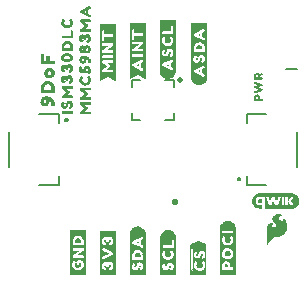
<source format=gto>
G04 EAGLE Gerber RS-274X export*
G75*
%MOMM*%
%FSLAX34Y34*%
%LPD*%
%INSilkscreen Top*%
%IPPOS*%
%AMOC8*
5,1,8,0,0,1.08239X$1,22.5*%
G01*
%ADD10C,0.508000*%
%ADD11C,0.203200*%
%ADD12C,0.560987*%
%ADD13C,0.381000*%
%ADD14C,0.127000*%

G36*
X166874Y181504D02*
X166874Y181504D01*
X166877Y181501D01*
X167577Y181601D01*
X167581Y181605D01*
X167584Y181603D01*
X168284Y181803D01*
X168285Y181804D01*
X168286Y181803D01*
X168886Y182003D01*
X168889Y182008D01*
X168892Y182006D01*
X170092Y182606D01*
X170094Y182610D01*
X170097Y182609D01*
X170697Y183009D01*
X170700Y183016D01*
X170705Y183015D01*
X171205Y183515D01*
X171205Y183519D01*
X171208Y183519D01*
X172008Y184519D01*
X172009Y184523D01*
X172011Y184523D01*
X172411Y185123D01*
X172411Y185127D01*
X172414Y185128D01*
X172714Y185728D01*
X172713Y185735D01*
X172717Y185736D01*
X172917Y186435D01*
X173117Y187034D01*
X173113Y187045D01*
X173119Y187050D01*
X173119Y187747D01*
X173219Y188443D01*
X173216Y188448D01*
X173219Y188450D01*
X173219Y233850D01*
X173200Y233876D01*
X173200Y233889D01*
X172800Y234189D01*
X172778Y234189D01*
X172771Y234198D01*
X172770Y234199D01*
X159870Y234199D01*
X159844Y234180D01*
X159831Y234180D01*
X159531Y233780D01*
X159531Y233772D01*
X159526Y233768D01*
X159531Y233763D01*
X159531Y233758D01*
X159521Y233750D01*
X159521Y188050D01*
X159524Y188046D01*
X159521Y188043D01*
X159721Y186643D01*
X159726Y186638D01*
X159723Y186634D01*
X159923Y186034D01*
X159928Y186031D01*
X159926Y186028D01*
X160526Y184828D01*
X160530Y184826D01*
X160529Y184823D01*
X160929Y184223D01*
X160932Y184222D01*
X160932Y184219D01*
X161332Y183719D01*
X161336Y183718D01*
X161335Y183715D01*
X161835Y183215D01*
X161842Y183214D01*
X161843Y183209D01*
X162441Y182810D01*
X162939Y182412D01*
X162947Y182411D01*
X162948Y182406D01*
X163548Y182106D01*
X163555Y182107D01*
X163556Y182103D01*
X164255Y181903D01*
X164854Y181703D01*
X164861Y181705D01*
X164863Y181701D01*
X166263Y181501D01*
X166268Y181504D01*
X166270Y181501D01*
X166870Y181501D01*
X166874Y181504D01*
G37*
G36*
X140708Y186817D02*
X140708Y186817D01*
X140714Y186813D01*
X142114Y187213D01*
X142115Y187214D01*
X142116Y187213D01*
X142716Y187413D01*
X142721Y187421D01*
X142727Y187419D01*
X143326Y187818D01*
X143825Y188118D01*
X143829Y188126D01*
X143835Y188125D01*
X144835Y189125D01*
X144835Y189129D01*
X144838Y189129D01*
X145238Y189629D01*
X145239Y189633D01*
X145241Y189633D01*
X145641Y190233D01*
X145641Y190237D01*
X145644Y190238D01*
X145944Y190838D01*
X145943Y190843D01*
X145947Y190844D01*
X146147Y191444D01*
X146146Y191446D01*
X146147Y191446D01*
X146347Y192146D01*
X146346Y192150D01*
X146349Y192152D01*
X146449Y192752D01*
X146448Y192753D01*
X146449Y192753D01*
X146549Y193453D01*
X146546Y193458D01*
X146549Y193460D01*
X146549Y236160D01*
X146536Y236178D01*
X146539Y236190D01*
X146239Y236590D01*
X146208Y236599D01*
X146200Y236609D01*
X133300Y236609D01*
X133291Y236603D01*
X133282Y236596D01*
X133270Y236599D01*
X132870Y236299D01*
X132865Y236281D01*
X132853Y236271D01*
X132857Y236265D01*
X132851Y236260D01*
X132851Y193360D01*
X132854Y193355D01*
X132851Y193352D01*
X132951Y192752D01*
X133051Y192053D01*
X133056Y192048D01*
X133053Y192044D01*
X133253Y191445D01*
X133453Y190746D01*
X133458Y190742D01*
X133456Y190738D01*
X133756Y190138D01*
X133763Y190135D01*
X133762Y190129D01*
X134160Y189631D01*
X134559Y189033D01*
X134566Y189030D01*
X134565Y189025D01*
X135065Y188525D01*
X135069Y188525D01*
X135069Y188522D01*
X135569Y188122D01*
X135573Y188121D01*
X135573Y188119D01*
X136173Y187719D01*
X136177Y187719D01*
X136178Y187716D01*
X137378Y187116D01*
X137389Y187118D01*
X137393Y187111D01*
X138089Y187012D01*
X138684Y186813D01*
X138695Y186817D01*
X138700Y186811D01*
X140700Y186811D01*
X140708Y186817D01*
G37*
G36*
X82102Y185084D02*
X82102Y185084D01*
X82118Y185074D01*
X82618Y185274D01*
X82620Y185277D01*
X82622Y185276D01*
X88708Y188269D01*
X89285Y188173D01*
X95378Y185176D01*
X95404Y185181D01*
X95416Y185173D01*
X95716Y185273D01*
X95734Y185301D01*
X95738Y185304D01*
X95737Y185305D01*
X95746Y185317D01*
X95749Y185320D01*
X95749Y232720D01*
X95741Y232731D01*
X95746Y232738D01*
X95546Y233238D01*
X95505Y233263D01*
X95500Y233269D01*
X82600Y233269D01*
X82594Y233265D01*
X82590Y233268D01*
X82090Y233168D01*
X82051Y233124D01*
X82053Y233122D01*
X82051Y233120D01*
X82051Y185120D01*
X82053Y185117D01*
X82051Y185115D01*
X82058Y185111D01*
X82087Y185073D01*
X82102Y185084D01*
G37*
G36*
X108013Y186751D02*
X108013Y186751D01*
X108023Y186746D01*
X114012Y189841D01*
X114588Y189841D01*
X120678Y186746D01*
X120702Y186750D01*
X120712Y186742D01*
X121112Y186842D01*
X121134Y186869D01*
X121141Y186875D01*
X121140Y186877D01*
X121149Y186889D01*
X121148Y186889D01*
X121149Y186890D01*
X121149Y233590D01*
X121146Y233595D01*
X121149Y233598D01*
X121049Y234198D01*
X121005Y234239D01*
X121003Y234236D01*
X121000Y234239D01*
X108100Y234239D01*
X108095Y234236D01*
X108092Y234239D01*
X107492Y234139D01*
X107451Y234095D01*
X107454Y234093D01*
X107451Y234090D01*
X107451Y186790D01*
X107487Y186743D01*
X107494Y186748D01*
X107500Y186741D01*
X108000Y186741D01*
X108013Y186751D01*
G37*
G36*
X197247Y21051D02*
X197247Y21051D01*
X197245Y21054D01*
X197249Y21056D01*
X197349Y21656D01*
X197346Y21661D01*
X197349Y21664D01*
X197349Y60364D01*
X197346Y60369D01*
X197349Y60372D01*
X197249Y60972D01*
X197245Y60975D01*
X197247Y60978D01*
X197047Y61678D01*
X197046Y61679D01*
X197047Y61680D01*
X196847Y62279D01*
X196647Y62978D01*
X196636Y62986D01*
X196638Y62995D01*
X196240Y63493D01*
X195841Y64091D01*
X195838Y64092D01*
X195838Y64095D01*
X195438Y64595D01*
X195434Y64596D01*
X195435Y64599D01*
X194935Y65099D01*
X194928Y65100D01*
X194927Y65105D01*
X194327Y65505D01*
X194326Y65505D01*
X194325Y65506D01*
X193825Y65806D01*
X193822Y65806D01*
X193822Y65808D01*
X193222Y66108D01*
X193220Y66108D01*
X193219Y66109D01*
X192519Y66409D01*
X192511Y66407D01*
X192508Y66413D01*
X191908Y66513D01*
X191907Y66512D01*
X191907Y66513D01*
X190507Y66713D01*
X190502Y66710D01*
X190500Y66713D01*
X189900Y66713D01*
X189896Y66710D01*
X189893Y66713D01*
X189193Y66613D01*
X189189Y66609D01*
X189186Y66611D01*
X188486Y66411D01*
X188485Y66410D01*
X188484Y66411D01*
X187884Y66211D01*
X187881Y66206D01*
X187878Y66208D01*
X187278Y65908D01*
X187276Y65904D01*
X187273Y65905D01*
X186673Y65505D01*
X186672Y65502D01*
X186669Y65502D01*
X186169Y65102D01*
X186168Y65098D01*
X186165Y65099D01*
X185165Y64099D01*
X185165Y64095D01*
X185162Y64095D01*
X184762Y63595D01*
X184761Y63587D01*
X184756Y63586D01*
X184156Y62386D01*
X184157Y62379D01*
X184153Y62378D01*
X183953Y61679D01*
X183753Y61080D01*
X183755Y61073D01*
X183751Y61071D01*
X183651Y60371D01*
X183654Y60366D01*
X183651Y60364D01*
X183651Y21164D01*
X183687Y21117D01*
X183690Y21119D01*
X183692Y21115D01*
X184292Y21015D01*
X184297Y21018D01*
X184300Y21015D01*
X197200Y21015D01*
X197247Y21051D01*
G37*
G36*
X120826Y20794D02*
X120826Y20794D01*
X120839Y20794D01*
X121139Y21194D01*
X121139Y21202D01*
X121143Y21205D01*
X121139Y21209D01*
X121139Y21216D01*
X121149Y21224D01*
X121149Y55024D01*
X121146Y55028D01*
X121149Y55031D01*
X120949Y56431D01*
X120948Y56432D01*
X120949Y56432D01*
X120849Y57032D01*
X120841Y57039D01*
X120844Y57046D01*
X120545Y57645D01*
X120245Y58343D01*
X120241Y58346D01*
X120242Y58349D01*
X119942Y58849D01*
X119941Y58850D01*
X119941Y58851D01*
X119541Y59451D01*
X119534Y59454D01*
X119535Y59459D01*
X119035Y59959D01*
X119031Y59959D01*
X119031Y59962D01*
X118031Y60762D01*
X118023Y60763D01*
X118022Y60768D01*
X116822Y61368D01*
X116815Y61367D01*
X116814Y61371D01*
X116115Y61571D01*
X115516Y61771D01*
X115509Y61769D01*
X115507Y61773D01*
X114807Y61873D01*
X114802Y61870D01*
X114800Y61873D01*
X114100Y61873D01*
X114096Y61870D01*
X114093Y61873D01*
X113393Y61773D01*
X113392Y61772D01*
X113392Y61773D01*
X112792Y61673D01*
X112789Y61669D01*
X112786Y61671D01*
X112086Y61471D01*
X112085Y61470D01*
X112084Y61471D01*
X111484Y61271D01*
X111481Y61266D01*
X111478Y61268D01*
X110878Y60968D01*
X110876Y60964D01*
X110873Y60965D01*
X110273Y60565D01*
X110272Y60562D01*
X110269Y60562D01*
X109769Y60162D01*
X109768Y60158D01*
X109765Y60159D01*
X109265Y59659D01*
X109265Y59655D01*
X109262Y59655D01*
X108862Y59155D01*
X108861Y59151D01*
X108859Y59151D01*
X108459Y58551D01*
X108459Y58547D01*
X108456Y58546D01*
X107856Y57346D01*
X107857Y57341D01*
X107853Y57340D01*
X107653Y56740D01*
X107655Y56733D01*
X107651Y56731D01*
X107451Y55331D01*
X107454Y55326D01*
X107451Y55324D01*
X107451Y21124D01*
X107470Y21098D01*
X107470Y21085D01*
X107870Y20785D01*
X107892Y20785D01*
X107900Y20775D01*
X120800Y20775D01*
X120826Y20794D01*
G37*
G36*
X70501Y20965D02*
X70501Y20965D01*
X70499Y20968D01*
X70503Y20970D01*
X70603Y21570D01*
X70600Y21575D01*
X70603Y21578D01*
X70603Y58778D01*
X70567Y58825D01*
X70560Y58820D01*
X70554Y58827D01*
X57054Y58827D01*
X57007Y58791D01*
X57009Y58788D01*
X57005Y58786D01*
X56905Y58186D01*
X56908Y58181D01*
X56905Y58178D01*
X56905Y24378D01*
X56910Y24371D01*
X56907Y24362D01*
X56920Y24358D01*
X56941Y24331D01*
X56960Y24345D01*
X56962Y24344D01*
X56925Y24318D01*
X56920Y24301D01*
X56907Y24291D01*
X56912Y24284D01*
X56905Y24278D01*
X56905Y20978D01*
X56941Y20931D01*
X56948Y20936D01*
X56954Y20929D01*
X70454Y20929D01*
X70501Y20965D01*
G37*
G36*
X95538Y21004D02*
X95538Y21004D01*
X95546Y21006D01*
X95746Y21506D01*
X95742Y21519D01*
X95749Y21524D01*
X95749Y58124D01*
X95713Y58171D01*
X95710Y58169D01*
X95708Y58173D01*
X95108Y58273D01*
X95103Y58270D01*
X95100Y58273D01*
X82200Y58273D01*
X82153Y58237D01*
X82155Y58234D01*
X82151Y58232D01*
X82051Y57632D01*
X82054Y57627D01*
X82051Y57624D01*
X82051Y21224D01*
X82080Y21186D01*
X82082Y21178D01*
X82582Y20978D01*
X82595Y20982D01*
X82600Y20975D01*
X95500Y20975D01*
X95538Y21004D01*
G37*
G36*
X146701Y20687D02*
X146701Y20687D01*
X146698Y20691D01*
X146703Y20693D01*
X146803Y21393D01*
X146800Y21398D01*
X146803Y21400D01*
X146803Y52500D01*
X146800Y52504D01*
X146803Y52507D01*
X146703Y53207D01*
X146699Y53211D01*
X146701Y53214D01*
X146501Y53914D01*
X146500Y53915D01*
X146501Y53916D01*
X146101Y55116D01*
X146093Y55121D01*
X146095Y55127D01*
X145295Y56327D01*
X145292Y56328D01*
X145292Y56331D01*
X144892Y56831D01*
X144885Y56833D01*
X144885Y56838D01*
X144385Y57238D01*
X143786Y57738D01*
X143780Y57738D01*
X143779Y57742D01*
X143279Y58042D01*
X143276Y58042D01*
X143276Y58044D01*
X142676Y58344D01*
X142669Y58343D01*
X142668Y58347D01*
X141969Y58547D01*
X141370Y58747D01*
X141363Y58745D01*
X141361Y58749D01*
X139961Y58949D01*
X139952Y58944D01*
X139947Y58949D01*
X139247Y58849D01*
X139246Y58848D01*
X139246Y58849D01*
X138646Y58749D01*
X137947Y58649D01*
X137939Y58641D01*
X137932Y58644D01*
X136132Y57744D01*
X136129Y57737D01*
X136123Y57738D01*
X135623Y57338D01*
X135622Y57334D01*
X135619Y57335D01*
X134619Y56335D01*
X134619Y56331D01*
X134616Y56331D01*
X134216Y55831D01*
X134215Y55823D01*
X134210Y55822D01*
X133610Y54622D01*
X133611Y54615D01*
X133607Y54614D01*
X133407Y53915D01*
X133207Y53316D01*
X133209Y53309D01*
X133205Y53307D01*
X133105Y52607D01*
X133108Y52602D01*
X133105Y52600D01*
X133105Y20800D01*
X133141Y20753D01*
X133144Y20755D01*
X133146Y20751D01*
X133746Y20651D01*
X133751Y20654D01*
X133754Y20651D01*
X146654Y20651D01*
X146701Y20687D01*
G37*
G36*
X219580Y76900D02*
X219580Y76900D01*
X219602Y76903D01*
X219610Y76920D01*
X219619Y76925D01*
X219617Y76935D01*
X219624Y76950D01*
X219636Y77366D01*
X219636Y77367D01*
X219636Y80546D01*
X219630Y80555D01*
X219633Y80566D01*
X219613Y80582D01*
X219600Y80603D01*
X219589Y80601D01*
X219580Y80608D01*
X219537Y80594D01*
X219532Y80593D01*
X219532Y80592D01*
X219531Y80592D01*
X219214Y80294D01*
X218803Y79979D01*
X218338Y79757D01*
X217835Y79637D01*
X217318Y79603D01*
X216800Y79651D01*
X216295Y79769D01*
X215811Y79954D01*
X215362Y80211D01*
X214976Y80556D01*
X214651Y80960D01*
X214386Y81406D01*
X214179Y81882D01*
X214054Y82388D01*
X213981Y82906D01*
X213945Y83427D01*
X213985Y83948D01*
X214068Y84464D01*
X214200Y84968D01*
X214416Y85440D01*
X214698Y85875D01*
X215040Y86263D01*
X215440Y86590D01*
X215893Y86842D01*
X216386Y87001D01*
X216898Y87089D01*
X217417Y87122D01*
X217932Y87066D01*
X218427Y86917D01*
X218885Y86680D01*
X219290Y86351D01*
X219291Y86350D01*
X219292Y86349D01*
X219536Y86164D01*
X219544Y86164D01*
X219548Y86157D01*
X219576Y86161D01*
X219604Y86159D01*
X219607Y86166D01*
X219615Y86167D01*
X219636Y86214D01*
X219636Y86819D01*
X219647Y87045D01*
X221947Y87045D01*
X221943Y86799D01*
X221951Y86787D01*
X221971Y77141D01*
X221971Y77140D01*
X221971Y77138D01*
X221980Y76948D01*
X221992Y76931D01*
X221995Y76910D01*
X222013Y76902D01*
X222020Y76893D01*
X222029Y76895D01*
X222043Y76889D01*
X244621Y76891D01*
X244623Y76892D01*
X244627Y76891D01*
X245681Y76997D01*
X245684Y76999D01*
X245688Y76998D01*
X246203Y77110D01*
X246206Y77112D01*
X246210Y77111D01*
X247215Y77440D01*
X247219Y77444D01*
X247226Y77445D01*
X248157Y77950D01*
X248159Y77954D01*
X248166Y77956D01*
X248995Y78612D01*
X248996Y78615D01*
X249000Y78617D01*
X249377Y78985D01*
X249378Y78988D01*
X249382Y78990D01*
X250049Y79813D01*
X250049Y79818D01*
X250055Y79822D01*
X250561Y80753D01*
X250560Y80758D01*
X250564Y80762D01*
X250748Y81256D01*
X250747Y81258D01*
X250749Y81260D01*
X250906Y81765D01*
X250905Y81767D01*
X250907Y81769D01*
X251031Y82282D01*
X251029Y82286D01*
X251032Y82290D01*
X251139Y83344D01*
X251136Y83349D01*
X251139Y83356D01*
X251049Y84410D01*
X251048Y84412D01*
X251049Y84416D01*
X250958Y84935D01*
X250956Y84938D01*
X250956Y84943D01*
X250642Y85955D01*
X250638Y85958D01*
X250638Y85966D01*
X250137Y86899D01*
X250134Y86900D01*
X250133Y86905D01*
X249830Y87337D01*
X249828Y87338D01*
X249827Y87341D01*
X249490Y87750D01*
X249489Y87750D01*
X249488Y87752D01*
X249458Y87786D01*
X249401Y87848D01*
X249401Y87849D01*
X249344Y87911D01*
X249287Y87974D01*
X249174Y88099D01*
X249174Y88100D01*
X249134Y88143D01*
X249130Y88144D01*
X249127Y88150D01*
X248310Y88824D01*
X248305Y88824D01*
X248301Y88830D01*
X247376Y89345D01*
X247373Y89345D01*
X247369Y89348D01*
X246883Y89550D01*
X246880Y89550D01*
X246876Y89553D01*
X245862Y89854D01*
X245857Y89853D01*
X245851Y89856D01*
X244796Y89963D01*
X244607Y89982D01*
X244604Y89980D01*
X244601Y89982D01*
X217585Y89982D01*
X217583Y89980D01*
X217579Y89982D01*
X216525Y89877D01*
X216522Y89875D01*
X216519Y89876D01*
X216002Y89772D01*
X216000Y89770D01*
X215995Y89771D01*
X214987Y89448D01*
X214983Y89444D01*
X214976Y89444D01*
X214045Y88938D01*
X214043Y88935D01*
X214037Y88934D01*
X213613Y88620D01*
X213612Y88619D01*
X213610Y88618D01*
X213201Y88281D01*
X213201Y88279D01*
X213198Y88278D01*
X212816Y87915D01*
X212815Y87911D01*
X212811Y87909D01*
X212138Y87091D01*
X212138Y87086D01*
X212132Y87081D01*
X211626Y86150D01*
X211626Y86146D01*
X211623Y86142D01*
X211433Y85651D01*
X211433Y85649D01*
X211431Y85646D01*
X211274Y85141D01*
X211275Y85139D01*
X211273Y85138D01*
X211142Y84626D01*
X211144Y84622D01*
X211141Y84617D01*
X211034Y83563D01*
X211036Y83559D01*
X211034Y83553D01*
X211063Y83026D01*
X211064Y83025D01*
X211063Y83023D01*
X211116Y82496D01*
X211117Y82495D01*
X211117Y82493D01*
X211200Y81972D01*
X211203Y81969D01*
X211202Y81963D01*
X211516Y80951D01*
X211520Y80948D01*
X211521Y80941D01*
X212015Y80005D01*
X212018Y80003D01*
X212018Y79999D01*
X212315Y79563D01*
X212318Y79562D01*
X212319Y79557D01*
X212436Y79420D01*
X212490Y79357D01*
X212543Y79295D01*
X212704Y79106D01*
X212757Y79044D01*
X212811Y78981D01*
X212864Y78918D01*
X213006Y78752D01*
X213010Y78751D01*
X213013Y78745D01*
X213831Y78070D01*
X213835Y78070D01*
X213840Y78064D01*
X214761Y77544D01*
X214764Y77544D01*
X214767Y77541D01*
X215251Y77332D01*
X215254Y77332D01*
X215257Y77329D01*
X216270Y77020D01*
X216275Y77022D01*
X216282Y77018D01*
X217336Y76912D01*
X217338Y76913D01*
X217340Y76912D01*
X217868Y76889D01*
X217869Y76889D01*
X217871Y76889D01*
X219562Y76889D01*
X219580Y76900D01*
G37*
G36*
X172101Y20515D02*
X172101Y20515D01*
X172098Y20519D01*
X172103Y20521D01*
X172203Y21221D01*
X172200Y21226D01*
X172203Y21228D01*
X172203Y46228D01*
X172189Y46246D01*
X172192Y46259D01*
X171792Y46759D01*
X171778Y46763D01*
X171776Y46772D01*
X165676Y49772D01*
X165660Y49769D01*
X165654Y49777D01*
X165054Y49777D01*
X165041Y49768D01*
X165032Y49772D01*
X159032Y46772D01*
X159029Y46765D01*
X159023Y46766D01*
X158523Y46366D01*
X158519Y46351D01*
X158515Y46348D01*
X158518Y46345D01*
X158516Y46336D01*
X158505Y46328D01*
X158505Y20628D01*
X158541Y20581D01*
X158545Y20584D01*
X158547Y20579D01*
X159247Y20479D01*
X159252Y20482D01*
X159254Y20479D01*
X172054Y20479D01*
X172101Y20515D01*
G37*
G36*
X223711Y46411D02*
X223711Y46411D01*
X223773Y46413D01*
X223795Y46426D01*
X223821Y46430D01*
X223892Y46478D01*
X223925Y46496D01*
X223931Y46504D01*
X223941Y46511D01*
X224441Y47011D01*
X224460Y47042D01*
X224498Y47084D01*
X224774Y47544D01*
X225241Y48011D01*
X225249Y48024D01*
X225264Y48037D01*
X225753Y48623D01*
X226941Y49811D01*
X226948Y49822D01*
X226961Y49833D01*
X228151Y51222D01*
X229108Y52178D01*
X230006Y52717D01*
X230503Y52800D01*
X232372Y52800D01*
X232398Y52806D01*
X232435Y52805D01*
X233635Y53005D01*
X233650Y53012D01*
X233672Y53013D01*
X234772Y53313D01*
X234789Y53322D01*
X234813Y53327D01*
X235813Y53727D01*
X235835Y53742D01*
X235868Y53754D01*
X236868Y54354D01*
X236888Y54374D01*
X236922Y54394D01*
X237722Y55094D01*
X237729Y55103D01*
X237741Y55111D01*
X238541Y55911D01*
X238552Y55929D01*
X238572Y55947D01*
X239272Y56847D01*
X239283Y56870D01*
X239304Y56895D01*
X240304Y58695D01*
X240315Y58731D01*
X240340Y58783D01*
X240840Y60683D01*
X240841Y60715D01*
X240852Y60758D01*
X240952Y62458D01*
X240945Y62494D01*
X240946Y62550D01*
X240646Y64150D01*
X240637Y64171D01*
X240633Y64200D01*
X240133Y65700D01*
X240114Y65731D01*
X240093Y65784D01*
X239393Y66884D01*
X239374Y66903D01*
X239356Y66933D01*
X239131Y67186D01*
X238793Y67566D01*
X238556Y67833D01*
X238524Y67855D01*
X238474Y67902D01*
X237674Y68402D01*
X237644Y68413D01*
X237624Y68427D01*
X237589Y68433D01*
X237544Y68453D01*
X237527Y68453D01*
X237510Y68458D01*
X237478Y68454D01*
X237472Y68454D01*
X237464Y68452D01*
X237441Y68449D01*
X237371Y68447D01*
X237356Y68438D01*
X237338Y68436D01*
X237308Y68416D01*
X237303Y68415D01*
X237289Y68403D01*
X237280Y68397D01*
X237219Y68364D01*
X237209Y68349D01*
X237194Y68339D01*
X237178Y68311D01*
X237170Y68305D01*
X237156Y68274D01*
X237119Y68222D01*
X237116Y68203D01*
X237108Y68189D01*
X237106Y68163D01*
X237099Y68146D01*
X237100Y68121D01*
X237092Y68080D01*
X237092Y67242D01*
X237020Y67026D01*
X236960Y66905D01*
X236767Y66712D01*
X236610Y66660D01*
X236419Y66660D01*
X235705Y66839D01*
X235363Y67010D01*
X235092Y67191D01*
X234722Y67468D01*
X234168Y68022D01*
X233825Y68536D01*
X233752Y68827D01*
X233752Y69318D01*
X233824Y69534D01*
X233902Y69689D01*
X234052Y69915D01*
X234373Y70155D01*
X234696Y70317D01*
X235147Y70407D01*
X235154Y70411D01*
X235164Y70411D01*
X235519Y70500D01*
X235982Y70500D01*
X236102Y70440D01*
X236117Y70436D01*
X236130Y70427D01*
X236264Y70401D01*
X236271Y70400D01*
X236272Y70400D01*
X236372Y70400D01*
X236397Y70406D01*
X236423Y70403D01*
X236481Y70425D01*
X236541Y70439D01*
X236561Y70456D01*
X236585Y70465D01*
X236627Y70510D01*
X236674Y70549D01*
X236685Y70573D01*
X236702Y70592D01*
X236720Y70651D01*
X236745Y70708D01*
X236744Y70733D01*
X236752Y70758D01*
X236741Y70819D01*
X236739Y70881D01*
X236726Y70903D01*
X236722Y70929D01*
X236674Y71000D01*
X236656Y71033D01*
X236648Y71039D01*
X236641Y71049D01*
X236541Y71149D01*
X236521Y71161D01*
X236500Y71184D01*
X236100Y71484D01*
X236074Y71496D01*
X236042Y71520D01*
X234642Y72220D01*
X234630Y72223D01*
X234621Y72229D01*
X234592Y72235D01*
X234555Y72251D01*
X233655Y72451D01*
X233621Y72451D01*
X233572Y72460D01*
X232572Y72460D01*
X232544Y72454D01*
X232504Y72454D01*
X231404Y72254D01*
X231369Y72239D01*
X231312Y72221D01*
X231297Y72217D01*
X231294Y72215D01*
X231290Y72214D01*
X230190Y71614D01*
X230170Y71596D01*
X230139Y71580D01*
X229239Y70880D01*
X229219Y70856D01*
X229150Y70782D01*
X228650Y69982D01*
X228638Y69948D01*
X228611Y69900D01*
X228311Y69000D01*
X228308Y68963D01*
X228292Y68880D01*
X228292Y68080D01*
X228299Y68047D01*
X228301Y67998D01*
X228501Y67098D01*
X228518Y67062D01*
X228540Y66995D01*
X229040Y66095D01*
X229062Y66071D01*
X229086Y66030D01*
X229786Y65230D01*
X229787Y65229D01*
X229788Y65227D01*
X230588Y64327D01*
X230596Y64322D01*
X230603Y64311D01*
X231245Y63669D01*
X231492Y63011D01*
X231492Y62442D01*
X231333Y61965D01*
X231012Y61564D01*
X230516Y61233D01*
X229825Y61060D01*
X229110Y61060D01*
X228681Y61146D01*
X228286Y61304D01*
X227768Y61822D01*
X227617Y62049D01*
X227552Y62242D01*
X227552Y62518D01*
X227604Y62675D01*
X228077Y63148D01*
X228292Y63219D01*
X228312Y63232D01*
X228342Y63240D01*
X228742Y63440D01*
X228771Y63464D01*
X228841Y63511D01*
X228941Y63611D01*
X228954Y63632D01*
X228973Y63648D01*
X228999Y63705D01*
X229032Y63758D01*
X229035Y63783D01*
X229045Y63806D01*
X229043Y63869D01*
X229049Y63931D01*
X229040Y63954D01*
X229039Y63979D01*
X229009Y64034D01*
X228987Y64093D01*
X228969Y64110D01*
X228957Y64132D01*
X228887Y64186D01*
X228860Y64210D01*
X228851Y64213D01*
X228842Y64220D01*
X228442Y64420D01*
X228427Y64424D01*
X228414Y64433D01*
X228280Y64459D01*
X228274Y64460D01*
X228273Y64460D01*
X228272Y64460D01*
X227072Y64460D01*
X227046Y64454D01*
X227010Y64455D01*
X226410Y64355D01*
X226404Y64353D01*
X226397Y64353D01*
X225897Y64253D01*
X225871Y64241D01*
X225831Y64233D01*
X225331Y64033D01*
X225300Y64011D01*
X225244Y63984D01*
X224844Y63684D01*
X224840Y63680D01*
X224834Y63677D01*
X224334Y63277D01*
X224317Y63254D01*
X224246Y63176D01*
X223646Y62176D01*
X223634Y62140D01*
X223606Y62084D01*
X223406Y61384D01*
X223405Y61359D01*
X223395Y61327D01*
X223295Y60527D01*
X223297Y60506D01*
X223292Y60480D01*
X223292Y46780D01*
X223298Y46755D01*
X223295Y46729D01*
X223317Y46672D01*
X223331Y46611D01*
X223348Y46591D01*
X223357Y46567D01*
X223402Y46525D01*
X223441Y46478D01*
X223465Y46467D01*
X223484Y46450D01*
X223543Y46432D01*
X223600Y46407D01*
X223625Y46408D01*
X223650Y46400D01*
X223711Y46411D01*
G37*
G36*
X42604Y174644D02*
X42604Y174644D01*
X42606Y174641D01*
X43406Y174741D01*
X43422Y174757D01*
X43435Y174755D01*
X43935Y175255D01*
X43936Y175266D01*
X43938Y175268D01*
X43937Y175270D01*
X43938Y175278D01*
X43949Y175285D01*
X44049Y176185D01*
X44047Y176188D01*
X44049Y176190D01*
X44049Y179590D01*
X44047Y179593D01*
X44049Y179595D01*
X43949Y180495D01*
X43943Y180502D01*
X43946Y180507D01*
X43646Y181307D01*
X43645Y181308D01*
X43645Y181309D01*
X43345Y182009D01*
X43338Y182013D01*
X43340Y182019D01*
X42840Y182719D01*
X42834Y182720D01*
X42835Y182725D01*
X41635Y183925D01*
X41627Y183926D01*
X41626Y183932D01*
X40826Y184432D01*
X40820Y184431D01*
X40819Y184435D01*
X40119Y184735D01*
X40114Y184734D01*
X40112Y184738D01*
X39312Y184938D01*
X39307Y184936D01*
X39305Y184939D01*
X38405Y185039D01*
X38402Y185037D01*
X38400Y185039D01*
X37600Y185039D01*
X37597Y185037D01*
X37595Y185039D01*
X36695Y184939D01*
X36691Y184935D01*
X36688Y184938D01*
X35888Y184738D01*
X35884Y184733D01*
X35881Y184735D01*
X35181Y184435D01*
X35177Y184428D01*
X35171Y184430D01*
X34471Y183930D01*
X34470Y183927D01*
X34468Y183927D01*
X33768Y183327D01*
X33766Y183319D01*
X33760Y183319D01*
X32760Y181919D01*
X32760Y181915D01*
X32757Y181914D01*
X32357Y181214D01*
X32358Y181208D01*
X32353Y181204D01*
X32354Y181203D01*
X32352Y181202D01*
X32152Y180402D01*
X32154Y180398D01*
X32151Y180396D01*
X32051Y179596D01*
X32053Y179592D01*
X32051Y179590D01*
X32051Y175490D01*
X32063Y175474D01*
X32059Y175463D01*
X32459Y174863D01*
X32482Y174855D01*
X32486Y174843D01*
X33186Y174643D01*
X33196Y174646D01*
X33200Y174641D01*
X42600Y174641D01*
X42604Y174644D01*
G37*
G36*
X35807Y163546D02*
X35807Y163546D01*
X35812Y163542D01*
X36612Y163742D01*
X36615Y163746D01*
X36617Y163744D01*
X37417Y164044D01*
X37424Y164054D01*
X37432Y164053D01*
X38132Y164653D01*
X38134Y164661D01*
X38140Y164661D01*
X38640Y165361D01*
X38640Y165365D01*
X38643Y165366D01*
X39043Y166066D01*
X39041Y166075D01*
X39048Y166078D01*
X39248Y166878D01*
X39244Y166886D01*
X39249Y166890D01*
X39249Y167790D01*
X39244Y167797D01*
X39248Y167802D01*
X39067Y168526D01*
X39478Y168444D01*
X40165Y167855D01*
X40656Y167266D01*
X40952Y166379D01*
X41051Y165584D01*
X41151Y164685D01*
X41162Y164673D01*
X41159Y164663D01*
X41559Y164063D01*
X41583Y164054D01*
X41588Y164042D01*
X42388Y163842D01*
X42399Y163847D01*
X42405Y163841D01*
X43405Y163941D01*
X43422Y163957D01*
X43435Y163955D01*
X43935Y164455D01*
X43938Y164478D01*
X43949Y164484D01*
X44049Y165284D01*
X44047Y165288D01*
X44049Y165290D01*
X44049Y166290D01*
X44044Y166297D01*
X44048Y166302D01*
X43648Y167902D01*
X43640Y167908D01*
X43643Y167914D01*
X42843Y169314D01*
X42834Y169318D01*
X42835Y169325D01*
X41635Y170525D01*
X41625Y170526D01*
X41624Y170533D01*
X40224Y171333D01*
X40219Y171332D01*
X40217Y171336D01*
X39417Y171636D01*
X39413Y171635D01*
X39412Y171638D01*
X38612Y171838D01*
X38607Y171836D01*
X38605Y171839D01*
X37705Y171939D01*
X37702Y171937D01*
X37700Y171939D01*
X35900Y171939D01*
X35894Y171934D01*
X35889Y171938D01*
X34989Y171738D01*
X34986Y171734D01*
X34983Y171736D01*
X34183Y171436D01*
X34178Y171429D01*
X34173Y171431D01*
X33573Y171031D01*
X33572Y171030D01*
X33571Y171030D01*
X32871Y170530D01*
X32868Y170518D01*
X32859Y170517D01*
X32459Y169917D01*
X32459Y169913D01*
X32456Y169912D01*
X32056Y169112D01*
X32058Y169100D01*
X32051Y169096D01*
X31951Y168296D01*
X31951Y168295D01*
X31851Y167395D01*
X31857Y167385D01*
X31852Y167379D01*
X32052Y166479D01*
X32053Y166479D01*
X32052Y166478D01*
X32252Y165678D01*
X32263Y165670D01*
X32260Y165661D01*
X32760Y164961D01*
X32766Y164960D01*
X32765Y164955D01*
X33365Y164355D01*
X33375Y164354D01*
X33376Y164347D01*
X34076Y163947D01*
X34081Y163948D01*
X34083Y163944D01*
X34883Y163644D01*
X34891Y163646D01*
X34894Y163641D01*
X35694Y163541D01*
X35698Y163543D01*
X35700Y163541D01*
X35800Y163541D01*
X35807Y163546D01*
G37*
%LPC*%
G36*
X189708Y34313D02*
X189708Y34313D01*
X189706Y34312D01*
X189700Y34312D01*
X189683Y34299D01*
X189655Y34285D01*
X189658Y34280D01*
X189652Y34276D01*
X189655Y34273D01*
X189651Y34272D01*
X189648Y34252D01*
X189649Y34259D01*
X189618Y34310D01*
X189612Y34306D01*
X189608Y34313D01*
X189012Y34412D01*
X188418Y34610D01*
X187726Y34907D01*
X187233Y35301D01*
X186737Y35797D01*
X186340Y36293D01*
X185945Y36886D01*
X185747Y37479D01*
X185549Y38171D01*
X185549Y39161D01*
X185648Y39853D01*
X185847Y40448D01*
X186045Y41042D01*
X186438Y41633D01*
X187433Y42627D01*
X187924Y43020D01*
X188515Y43217D01*
X189211Y43416D01*
X189808Y43515D01*
X190507Y43615D01*
X190546Y43655D01*
X190551Y43562D01*
X190589Y43516D01*
X190595Y43521D01*
X190600Y43515D01*
X191193Y43515D01*
X191885Y43317D01*
X192481Y43118D01*
X193071Y42823D01*
X194063Y41831D01*
X194460Y41335D01*
X194855Y40742D01*
X195052Y40153D01*
X195151Y39461D01*
X195151Y38171D01*
X194953Y37479D01*
X194755Y36886D01*
X194360Y36293D01*
X193963Y35797D01*
X193469Y35302D01*
X192875Y34907D01*
X192281Y34610D01*
X191689Y34412D01*
X190993Y34313D01*
X190301Y34214D01*
X189708Y34313D01*
G37*
%LPD*%
G36*
X58936Y210690D02*
X58936Y210690D01*
X58949Y210690D01*
X59249Y211090D01*
X59249Y211098D01*
X59253Y211101D01*
X59249Y211105D01*
X59249Y211108D01*
X59259Y211114D01*
X59359Y211914D01*
X59357Y211918D01*
X59359Y211920D01*
X59359Y214620D01*
X59356Y214624D01*
X59359Y214627D01*
X59259Y215327D01*
X59254Y215332D01*
X59257Y215336D01*
X59057Y215936D01*
X59052Y215939D01*
X59054Y215942D01*
X58454Y217142D01*
X58444Y217147D01*
X58445Y217155D01*
X57945Y217655D01*
X57941Y217655D01*
X57941Y217658D01*
X57441Y218058D01*
X57437Y218059D01*
X57437Y218061D01*
X56837Y218461D01*
X56828Y218460D01*
X56826Y218467D01*
X55626Y218867D01*
X55619Y218865D01*
X55617Y218869D01*
X54917Y218969D01*
X54912Y218966D01*
X54910Y218969D01*
X54210Y218969D01*
X54206Y218966D01*
X54203Y218969D01*
X53503Y218869D01*
X53499Y218865D01*
X53496Y218867D01*
X52796Y218667D01*
X52794Y218664D01*
X52792Y218666D01*
X52292Y218466D01*
X52288Y218459D01*
X52283Y218461D01*
X51683Y218061D01*
X51680Y218054D01*
X51675Y218055D01*
X50675Y217055D01*
X50674Y217043D01*
X50666Y217042D01*
X50066Y215842D01*
X50067Y215837D01*
X50063Y215836D01*
X49863Y215236D01*
X49865Y215229D01*
X49861Y215227D01*
X49761Y214527D01*
X49764Y214522D01*
X49761Y214520D01*
X49761Y211320D01*
X49772Y211305D01*
X49768Y211295D01*
X50068Y210795D01*
X50096Y210784D01*
X50102Y210771D01*
X50702Y210671D01*
X50707Y210674D01*
X50710Y210671D01*
X58910Y210671D01*
X58936Y210690D01*
G37*
%LPC*%
G36*
X162086Y209499D02*
X162086Y209499D01*
X161717Y209776D01*
X161619Y210952D01*
X161619Y213643D01*
X161817Y214335D01*
X162015Y214928D01*
X162410Y215521D01*
X162807Y216017D01*
X163303Y216513D01*
X163797Y216908D01*
X164392Y217206D01*
X164985Y217502D01*
X165673Y217601D01*
X167062Y217601D01*
X168254Y217203D01*
X168265Y217207D01*
X168273Y217207D01*
X168280Y217212D01*
X168311Y217222D01*
X168309Y217227D01*
X168314Y217227D01*
X168329Y217257D01*
X168336Y217214D01*
X168344Y217215D01*
X168345Y217208D01*
X168844Y216908D01*
X169439Y216512D01*
X169932Y216019D01*
X170328Y215424D01*
X170626Y214928D01*
X170922Y214236D01*
X171021Y213646D01*
X171021Y210158D01*
X170833Y209594D01*
X170266Y209499D01*
X162086Y209499D01*
G37*
%LPD*%
G36*
X42503Y198943D02*
X42503Y198943D01*
X42505Y198941D01*
X43405Y199041D01*
X43420Y199054D01*
X43431Y199052D01*
X43931Y199452D01*
X43935Y199467D01*
X43938Y199469D01*
X43936Y199472D01*
X43937Y199478D01*
X43949Y199485D01*
X44049Y200485D01*
X44043Y200494D01*
X44048Y200500D01*
X43848Y201500D01*
X43825Y201521D01*
X43822Y201534D01*
X43222Y201834D01*
X43210Y201832D01*
X43206Y201839D01*
X42406Y201939D01*
X42402Y201937D01*
X42400Y201939D01*
X39924Y201939D01*
X39549Y202407D01*
X39549Y205790D01*
X39533Y205811D01*
X39535Y205825D01*
X39035Y206325D01*
X39015Y206328D01*
X39010Y206338D01*
X38010Y206538D01*
X37997Y206532D01*
X37989Y206538D01*
X37089Y206338D01*
X37072Y206318D01*
X37059Y206317D01*
X36659Y205717D01*
X36660Y205707D01*
X36653Y205701D01*
X36657Y205695D01*
X36651Y205690D01*
X36651Y202314D01*
X36183Y201939D01*
X35424Y201939D01*
X35049Y202407D01*
X35049Y207390D01*
X35036Y207407D01*
X35040Y207419D01*
X34540Y208119D01*
X34517Y208126D01*
X34512Y208138D01*
X33712Y208338D01*
X33700Y208333D01*
X33695Y208339D01*
X32795Y208239D01*
X32780Y208225D01*
X32768Y208228D01*
X32168Y207728D01*
X32163Y207703D01*
X32151Y207696D01*
X32051Y206896D01*
X32053Y206892D01*
X32051Y206890D01*
X32051Y199990D01*
X32059Y199979D01*
X32055Y199971D01*
X32355Y199271D01*
X32377Y199258D01*
X32381Y199245D01*
X33081Y198945D01*
X33094Y198948D01*
X33100Y198941D01*
X42500Y198941D01*
X42503Y198943D01*
G37*
%LPC*%
G36*
X117318Y193836D02*
X117318Y193836D01*
X110023Y197334D01*
X110042Y197364D01*
X110036Y197423D01*
X110031Y197423D01*
X110031Y197428D01*
X109546Y197816D01*
X109450Y198485D01*
X109642Y199061D01*
X110126Y199448D01*
X116820Y202645D01*
X117515Y202943D01*
X118010Y203042D01*
X118032Y203066D01*
X118047Y203078D01*
X118045Y203082D01*
X118049Y203086D01*
X118047Y203088D01*
X118049Y203090D01*
X118049Y205490D01*
X118013Y205537D01*
X118006Y205532D01*
X118000Y205539D01*
X110604Y205539D01*
X110024Y205636D01*
X109647Y206013D01*
X109550Y206786D01*
X109743Y207461D01*
X110116Y207741D01*
X118291Y207741D01*
X118759Y207553D01*
X118951Y206883D01*
X118951Y206107D01*
X118573Y205635D01*
X118090Y205538D01*
X118051Y205494D01*
X118053Y205492D01*
X118051Y205490D01*
X118051Y203090D01*
X118073Y203060D01*
X118075Y203048D01*
X118564Y202754D01*
X118951Y202077D01*
X118951Y201507D01*
X118568Y201029D01*
X117378Y200434D01*
X117375Y200427D01*
X117369Y200428D01*
X116869Y200028D01*
X116865Y200012D01*
X116853Y200002D01*
X116858Y199995D01*
X116851Y199990D01*
X116851Y196590D01*
X116873Y196560D01*
X116875Y196548D01*
X117375Y196248D01*
X117379Y196248D01*
X117379Y196245D01*
X118666Y195652D01*
X118948Y195180D01*
X118853Y194607D01*
X118464Y193926D01*
X117993Y193643D01*
X117318Y193836D01*
G37*
%LPD*%
G36*
X73455Y226754D02*
X73455Y226754D01*
X73458Y226751D01*
X74058Y226851D01*
X74070Y226864D01*
X74081Y226862D01*
X74581Y227262D01*
X74585Y227277D01*
X74588Y227279D01*
X74586Y227282D01*
X74588Y227292D01*
X74599Y227300D01*
X74599Y228100D01*
X74596Y228104D01*
X74599Y228107D01*
X74499Y228807D01*
X74477Y228829D01*
X74475Y228842D01*
X73975Y229142D01*
X73957Y229140D01*
X73950Y229149D01*
X69269Y229149D01*
X69282Y229163D01*
X71680Y230961D01*
X71682Y230969D01*
X71688Y230969D01*
X72088Y231469D01*
X72089Y231488D01*
X72099Y231493D01*
X72199Y232193D01*
X72187Y232215D01*
X72191Y232227D01*
X71791Y232827D01*
X71780Y232831D01*
X71780Y232839D01*
X71380Y233139D01*
X71379Y233139D01*
X71379Y233140D01*
X69199Y234751D01*
X73850Y234751D01*
X73865Y234762D01*
X73875Y234758D01*
X74375Y235058D01*
X74384Y235080D01*
X74397Y235084D01*
X74597Y235684D01*
X74593Y235695D01*
X74599Y235700D01*
X74599Y236400D01*
X74588Y236415D01*
X74592Y236425D01*
X74292Y236925D01*
X74268Y236935D01*
X74264Y236947D01*
X73564Y237147D01*
X73554Y237144D01*
X73550Y237149D01*
X66050Y237149D01*
X66041Y237142D01*
X66034Y237147D01*
X65434Y236947D01*
X65423Y236930D01*
X65411Y236930D01*
X65111Y236530D01*
X65111Y236520D01*
X65104Y236516D01*
X65108Y236510D01*
X65101Y236506D01*
X65001Y235706D01*
X65008Y235694D01*
X65003Y235686D01*
X65203Y234986D01*
X65220Y234973D01*
X65220Y234961D01*
X68809Y232269D01*
X68991Y231816D01*
X65820Y229339D01*
X65820Y229338D01*
X65819Y229338D01*
X65319Y228938D01*
X65316Y228924D01*
X65306Y228922D01*
X65006Y228322D01*
X65009Y228306D01*
X65001Y228300D01*
X65001Y227500D01*
X65012Y227485D01*
X65008Y227475D01*
X65308Y226975D01*
X65330Y226966D01*
X65334Y226953D01*
X65934Y226753D01*
X65945Y226757D01*
X65950Y226751D01*
X73450Y226751D01*
X73455Y226754D01*
G37*
G36*
X74071Y156767D02*
X74071Y156767D01*
X74085Y156765D01*
X74585Y157265D01*
X74586Y157277D01*
X74590Y157279D01*
X74587Y157283D01*
X74589Y157292D01*
X74599Y157300D01*
X74599Y158100D01*
X74596Y158104D01*
X74599Y158107D01*
X74499Y158807D01*
X74472Y158834D01*
X74468Y158846D01*
X73968Y159046D01*
X73955Y159042D01*
X73950Y159049D01*
X69230Y159049D01*
X69289Y159168D01*
X71680Y160961D01*
X71682Y160969D01*
X71688Y160969D01*
X72088Y161469D01*
X72089Y161488D01*
X72099Y161493D01*
X72199Y162193D01*
X72187Y162215D01*
X72191Y162227D01*
X71791Y162827D01*
X71780Y162831D01*
X71780Y162839D01*
X71380Y163139D01*
X71378Y163139D01*
X71378Y163140D01*
X69207Y164651D01*
X73850Y164651D01*
X73865Y164662D01*
X73875Y164658D01*
X74375Y164958D01*
X74384Y164980D01*
X74397Y164984D01*
X74597Y165584D01*
X74593Y165595D01*
X74599Y165600D01*
X74599Y166400D01*
X74586Y166418D01*
X74589Y166430D01*
X74289Y166830D01*
X74268Y166836D01*
X74264Y166847D01*
X73564Y167047D01*
X73555Y167044D01*
X73554Y167044D01*
X73550Y167049D01*
X66050Y167049D01*
X66045Y167046D01*
X66042Y167049D01*
X65442Y166949D01*
X65424Y166930D01*
X65411Y166930D01*
X65111Y166530D01*
X65111Y166520D01*
X65104Y166516D01*
X65109Y166510D01*
X65101Y166505D01*
X65001Y165605D01*
X65009Y165592D01*
X65003Y165584D01*
X65203Y164984D01*
X65219Y164973D01*
X65219Y164962D01*
X66819Y163662D01*
X66820Y163662D01*
X66820Y163661D01*
X68809Y162169D01*
X68990Y161717D01*
X65820Y159339D01*
X65820Y159338D01*
X65819Y159338D01*
X65319Y158938D01*
X65316Y158924D01*
X65306Y158922D01*
X65006Y158322D01*
X65009Y158306D01*
X65001Y158300D01*
X65001Y157500D01*
X65012Y157485D01*
X65008Y157475D01*
X65308Y156975D01*
X65330Y156966D01*
X65334Y156953D01*
X65934Y156753D01*
X65945Y156757D01*
X65950Y156751D01*
X74050Y156751D01*
X74071Y156767D01*
G37*
G36*
X39403Y187243D02*
X39403Y187243D01*
X39405Y187241D01*
X40305Y187341D01*
X40309Y187345D01*
X40312Y187342D01*
X41112Y187542D01*
X41117Y187548D01*
X41122Y187546D01*
X41922Y187946D01*
X41926Y187954D01*
X41932Y187952D01*
X42532Y188452D01*
X42532Y188456D01*
X42535Y188455D01*
X43135Y189055D01*
X43136Y189065D01*
X43143Y189066D01*
X43543Y189766D01*
X43535Y189825D01*
X43526Y189823D01*
X43525Y189833D01*
X42876Y190211D01*
X43577Y189846D01*
X43636Y189856D01*
X43634Y189869D01*
X43646Y189873D01*
X43946Y190673D01*
X43946Y190674D01*
X43947Y190675D01*
X43945Y190678D01*
X43944Y190681D01*
X43949Y190684D01*
X44049Y191484D01*
X44047Y191488D01*
X44049Y191490D01*
X44049Y192290D01*
X44044Y192297D01*
X44048Y192302D01*
X43848Y193102D01*
X43844Y193105D01*
X43846Y193107D01*
X43546Y193907D01*
X43538Y193912D01*
X43540Y193919D01*
X43040Y194619D01*
X43034Y194620D01*
X43035Y194625D01*
X42435Y195225D01*
X42429Y195226D01*
X42429Y195230D01*
X41729Y195730D01*
X41719Y195730D01*
X41717Y195736D01*
X40917Y196036D01*
X40913Y196035D01*
X40912Y196038D01*
X40112Y196238D01*
X40104Y196234D01*
X40100Y196239D01*
X39200Y196239D01*
X39197Y196237D01*
X39195Y196239D01*
X38295Y196139D01*
X38287Y196132D01*
X38281Y196135D01*
X37581Y195835D01*
X37578Y195832D01*
X37576Y195833D01*
X36876Y195433D01*
X36873Y195426D01*
X36868Y195427D01*
X36168Y194827D01*
X36166Y194819D01*
X36160Y194819D01*
X35660Y194119D01*
X35660Y194109D01*
X35654Y194107D01*
X35354Y193307D01*
X35355Y193303D01*
X35352Y193302D01*
X35152Y192502D01*
X35154Y192497D01*
X35151Y192495D01*
X35051Y191595D01*
X35055Y191589D01*
X35055Y191588D01*
X35051Y191584D01*
X35151Y190784D01*
X35157Y190778D01*
X35154Y190773D01*
X35454Y189973D01*
X35459Y189970D01*
X35457Y189966D01*
X35857Y189266D01*
X35861Y189264D01*
X35860Y189261D01*
X36360Y188561D01*
X36364Y188560D01*
X36364Y188557D01*
X37564Y187257D01*
X37592Y187252D01*
X37600Y187241D01*
X39400Y187241D01*
X39403Y187243D01*
G37*
G36*
X74068Y169065D02*
X74068Y169065D01*
X74081Y169062D01*
X74581Y169462D01*
X74585Y169477D01*
X74590Y169481D01*
X74587Y169485D01*
X74588Y169492D01*
X74599Y169500D01*
X74599Y170300D01*
X74596Y170304D01*
X74599Y170307D01*
X74499Y171007D01*
X74477Y171029D01*
X74475Y171042D01*
X73975Y171342D01*
X73957Y171340D01*
X73950Y171349D01*
X69230Y171349D01*
X69289Y171467D01*
X71678Y173160D01*
X71682Y173172D01*
X71691Y173173D01*
X72091Y173773D01*
X72090Y173787D01*
X72099Y173792D01*
X72199Y174392D01*
X72187Y174415D01*
X72191Y174427D01*
X71791Y175027D01*
X71780Y175031D01*
X71780Y175039D01*
X71380Y175339D01*
X71379Y175339D01*
X71379Y175340D01*
X69199Y176951D01*
X73850Y176951D01*
X73865Y176962D01*
X73875Y176958D01*
X74375Y177258D01*
X74384Y177280D01*
X74397Y177284D01*
X74597Y177884D01*
X74593Y177895D01*
X74599Y177900D01*
X74599Y178600D01*
X74588Y178615D01*
X74592Y178625D01*
X74292Y179125D01*
X74268Y179135D01*
X74264Y179147D01*
X73564Y179347D01*
X73555Y179344D01*
X73554Y179344D01*
X73550Y179349D01*
X66050Y179349D01*
X66045Y179346D01*
X66042Y179349D01*
X65442Y179249D01*
X65421Y179227D01*
X65408Y179225D01*
X65108Y178725D01*
X65108Y178720D01*
X65105Y178717D01*
X65109Y178711D01*
X65101Y178706D01*
X65001Y177906D01*
X65009Y177893D01*
X65003Y177884D01*
X65203Y177284D01*
X65219Y177273D01*
X65219Y177262D01*
X66819Y175962D01*
X66820Y175962D01*
X66820Y175961D01*
X68809Y174469D01*
X68990Y174017D01*
X65820Y171639D01*
X65819Y171634D01*
X65815Y171635D01*
X65315Y171135D01*
X65314Y171123D01*
X65306Y171122D01*
X65006Y170522D01*
X65009Y170506D01*
X65001Y170500D01*
X65001Y169700D01*
X65012Y169685D01*
X65008Y169675D01*
X65308Y169175D01*
X65336Y169164D01*
X65342Y169151D01*
X65942Y169051D01*
X65947Y169054D01*
X65950Y169051D01*
X74050Y169051D01*
X74068Y169065D01*
G37*
G36*
X58828Y170585D02*
X58828Y170585D01*
X58841Y170582D01*
X59341Y170982D01*
X59345Y170997D01*
X59350Y171001D01*
X59347Y171005D01*
X59348Y171012D01*
X59359Y171020D01*
X59359Y171820D01*
X59356Y171824D01*
X59359Y171827D01*
X59259Y172527D01*
X59237Y172549D01*
X59235Y172562D01*
X58735Y172862D01*
X58717Y172860D01*
X58710Y172869D01*
X53990Y172869D01*
X54049Y172987D01*
X56438Y174680D01*
X56442Y174692D01*
X56451Y174693D01*
X56851Y175293D01*
X56850Y175307D01*
X56859Y175312D01*
X56959Y175912D01*
X56947Y175935D01*
X56951Y175947D01*
X56551Y176547D01*
X56540Y176551D01*
X56540Y176559D01*
X56140Y176859D01*
X56139Y176859D01*
X56139Y176860D01*
X53959Y178471D01*
X58610Y178471D01*
X58625Y178482D01*
X58635Y178478D01*
X59135Y178778D01*
X59144Y178800D01*
X59157Y178804D01*
X59357Y179404D01*
X59353Y179415D01*
X59359Y179420D01*
X59359Y180120D01*
X59348Y180135D01*
X59352Y180145D01*
X59052Y180645D01*
X59028Y180655D01*
X59024Y180667D01*
X58324Y180867D01*
X58315Y180864D01*
X58314Y180864D01*
X58310Y180869D01*
X50810Y180869D01*
X50805Y180866D01*
X50802Y180869D01*
X50202Y180769D01*
X50181Y180747D01*
X50168Y180745D01*
X49868Y180245D01*
X49868Y180240D01*
X49865Y180237D01*
X49869Y180231D01*
X49861Y180226D01*
X49761Y179426D01*
X49769Y179413D01*
X49763Y179404D01*
X49963Y178804D01*
X49979Y178793D01*
X49979Y178782D01*
X51579Y177482D01*
X51580Y177482D01*
X51580Y177481D01*
X53569Y175989D01*
X53750Y175537D01*
X50580Y173159D01*
X50579Y173154D01*
X50575Y173155D01*
X50075Y172655D01*
X50074Y172643D01*
X50066Y172642D01*
X49766Y172042D01*
X49769Y172026D01*
X49761Y172020D01*
X49761Y171220D01*
X49772Y171205D01*
X49768Y171195D01*
X50068Y170695D01*
X50096Y170684D01*
X50102Y170671D01*
X50702Y170571D01*
X50707Y170574D01*
X50710Y170571D01*
X58810Y170571D01*
X58828Y170585D01*
G37*
G36*
X55214Y201174D02*
X55214Y201174D01*
X55217Y201171D01*
X55917Y201271D01*
X55918Y201272D01*
X55918Y201271D01*
X56518Y201371D01*
X56522Y201376D01*
X56526Y201373D01*
X57126Y201573D01*
X57127Y201576D01*
X57129Y201575D01*
X57829Y201875D01*
X57834Y201883D01*
X57841Y201882D01*
X58341Y202282D01*
X58342Y202286D01*
X58345Y202285D01*
X58745Y202685D01*
X58746Y202695D01*
X58753Y202696D01*
X59153Y203396D01*
X59152Y203403D01*
X59157Y203404D01*
X59357Y204004D01*
X59354Y204012D01*
X59357Y204014D01*
X59355Y204017D01*
X59359Y204020D01*
X59359Y205420D01*
X59353Y205428D01*
X59357Y205434D01*
X59157Y206134D01*
X59152Y206138D01*
X59154Y206142D01*
X58854Y206742D01*
X58847Y206745D01*
X58848Y206751D01*
X58448Y207251D01*
X58441Y207253D01*
X58441Y207258D01*
X57941Y207658D01*
X57936Y207659D01*
X57935Y207662D01*
X57435Y207962D01*
X57427Y207961D01*
X57426Y207967D01*
X56826Y208167D01*
X56824Y208166D01*
X56824Y208167D01*
X56124Y208367D01*
X56119Y208366D01*
X56117Y208369D01*
X55417Y208469D01*
X55412Y208466D01*
X55410Y208469D01*
X53910Y208469D01*
X53905Y208466D01*
X53902Y208469D01*
X53302Y208369D01*
X52603Y208269D01*
X52599Y208265D01*
X52596Y208267D01*
X51896Y208067D01*
X51895Y208066D01*
X51894Y208067D01*
X51294Y207867D01*
X51289Y207859D01*
X51283Y207861D01*
X50683Y207461D01*
X50680Y207454D01*
X50675Y207455D01*
X50275Y207055D01*
X50275Y207051D01*
X50272Y207052D01*
X49772Y206452D01*
X49772Y206438D01*
X49763Y206436D01*
X49563Y205836D01*
X49565Y205829D01*
X49561Y205827D01*
X49461Y205127D01*
X49463Y205124D01*
X49464Y205123D01*
X49464Y205122D01*
X49461Y205120D01*
X49461Y204420D01*
X49464Y204416D01*
X49461Y204413D01*
X49561Y203713D01*
X49569Y203705D01*
X49566Y203698D01*
X50166Y202498D01*
X50186Y202488D01*
X50188Y202476D01*
X50583Y202278D01*
X51079Y201882D01*
X51092Y201881D01*
X51094Y201873D01*
X51692Y201674D01*
X52391Y201375D01*
X52399Y201377D01*
X52402Y201371D01*
X53002Y201271D01*
X53003Y201272D01*
X53003Y201271D01*
X53703Y201171D01*
X53708Y201174D01*
X53710Y201171D01*
X55210Y201171D01*
X55214Y201174D01*
G37*
%LPC*%
G36*
X190449Y45666D02*
X190449Y45666D01*
X190411Y45712D01*
X190405Y45707D01*
X190400Y45713D01*
X189704Y45713D01*
X189111Y45812D01*
X188421Y46009D01*
X187827Y46405D01*
X187826Y46405D01*
X187825Y46406D01*
X187331Y46703D01*
X186837Y47197D01*
X186440Y47693D01*
X186045Y48285D01*
X185847Y48978D01*
X185846Y48979D01*
X185847Y48980D01*
X185648Y49575D01*
X185549Y50267D01*
X185549Y50861D01*
X185648Y51554D01*
X185847Y52249D01*
X186045Y52842D01*
X186437Y53430D01*
X186931Y53826D01*
X186935Y53842D01*
X186947Y53851D01*
X186941Y53860D01*
X186949Y53866D01*
X186849Y56066D01*
X186811Y56112D01*
X186809Y56110D01*
X186808Y56113D01*
X186220Y56211D01*
X185847Y56491D01*
X185750Y57360D01*
X185943Y58035D01*
X186316Y58315D01*
X194491Y58315D01*
X194961Y58127D01*
X195151Y57556D01*
X195151Y56678D01*
X194870Y56209D01*
X194296Y56113D01*
X186900Y56113D01*
X186853Y56077D01*
X186859Y56069D01*
X186851Y56062D01*
X186951Y53862D01*
X186989Y53816D01*
X186991Y53818D01*
X186992Y53815D01*
X187579Y53718D01*
X188162Y53231D01*
X188448Y52754D01*
X188353Y52182D01*
X187959Y51591D01*
X187960Y51582D01*
X187953Y51580D01*
X187753Y50980D01*
X187755Y50974D01*
X187753Y50972D01*
X187756Y50968D01*
X187751Y50964D01*
X187751Y50264D01*
X187757Y50256D01*
X187753Y50250D01*
X187953Y49550D01*
X187958Y49546D01*
X187956Y49542D01*
X188256Y48942D01*
X188263Y48939D01*
X188262Y48933D01*
X188662Y48433D01*
X188676Y48430D01*
X188678Y48420D01*
X189278Y48120D01*
X189285Y48121D01*
X189286Y48117D01*
X189986Y47917D01*
X189996Y47920D01*
X190000Y47915D01*
X190700Y47915D01*
X190705Y47918D01*
X190708Y47915D01*
X191308Y48015D01*
X191318Y48026D01*
X191327Y48023D01*
X191927Y48423D01*
X191930Y48430D01*
X191935Y48429D01*
X192435Y48929D01*
X192436Y48941D01*
X192444Y48942D01*
X192744Y49542D01*
X192743Y49547D01*
X192747Y49548D01*
X192947Y50148D01*
X192944Y50155D01*
X192947Y50157D01*
X192945Y50161D01*
X192949Y50164D01*
X192949Y50864D01*
X192946Y50869D01*
X192949Y50872D01*
X192849Y51472D01*
X192841Y51479D01*
X192844Y51486D01*
X192644Y51886D01*
X192642Y51887D01*
X192643Y51888D01*
X192253Y52571D01*
X192344Y52936D01*
X192926Y53422D01*
X193602Y53711D01*
X194168Y53523D01*
X194556Y52941D01*
X194754Y52446D01*
X194755Y52445D01*
X195052Y51751D01*
X195151Y51061D01*
X195151Y49771D01*
X194954Y49082D01*
X194656Y48486D01*
X194358Y47891D01*
X193963Y47397D01*
X193467Y46901D01*
X192971Y46504D01*
X192378Y46109D01*
X191789Y45912D01*
X191093Y45813D01*
X191092Y45812D01*
X191092Y45813D01*
X190492Y45713D01*
X190451Y45669D01*
X190455Y45665D01*
X190451Y45662D01*
X190479Y45080D01*
X190449Y45666D01*
G37*
%LPD*%
%LPC*%
G36*
X85104Y192369D02*
X85104Y192369D01*
X84531Y192465D01*
X84242Y192945D01*
X84187Y192968D01*
X84184Y192960D01*
X84177Y192964D01*
X84149Y192949D01*
X84149Y193712D01*
X84343Y194293D01*
X84832Y194782D01*
X88129Y197180D01*
X88141Y197220D01*
X88144Y197222D01*
X88143Y197224D01*
X88148Y197230D01*
X88048Y197730D01*
X88030Y197746D01*
X88030Y197759D01*
X86030Y199259D01*
X84439Y200452D01*
X84149Y201032D01*
X84149Y201906D01*
X84428Y202371D01*
X84500Y202371D01*
X84505Y202374D01*
X84508Y202371D01*
X85104Y202471D01*
X92597Y202471D01*
X93270Y202375D01*
X93551Y201906D01*
X93551Y201227D01*
X93359Y200557D01*
X92887Y200368D01*
X92197Y200269D01*
X88100Y200269D01*
X88086Y200259D01*
X88069Y200258D01*
X88069Y200246D01*
X88053Y200233D01*
X88071Y200210D01*
X88072Y200180D01*
X90764Y198285D01*
X91149Y197708D01*
X91053Y197037D01*
X90763Y196554D01*
X88370Y194759D01*
X88369Y194754D01*
X88365Y194755D01*
X88165Y194555D01*
X88164Y194543D01*
X88159Y194540D01*
X88160Y194539D01*
X88153Y194533D01*
X88161Y194523D01*
X88157Y194496D01*
X88184Y194492D01*
X88200Y194471D01*
X92891Y194471D01*
X93361Y194283D01*
X93551Y193712D01*
X93551Y192840D01*
X93176Y192466D01*
X92596Y192369D01*
X85104Y192369D01*
G37*
%LPD*%
G36*
X71758Y208357D02*
X71758Y208357D01*
X71764Y208353D01*
X72464Y208553D01*
X72468Y208558D01*
X72472Y208556D01*
X73072Y208856D01*
X73075Y208863D01*
X73081Y208862D01*
X73581Y209262D01*
X73583Y209269D01*
X73588Y209269D01*
X73988Y209769D01*
X73989Y209777D01*
X73994Y209778D01*
X74594Y210978D01*
X74591Y210992D01*
X74597Y210997D01*
X74597Y210998D01*
X74599Y211000D01*
X74599Y212400D01*
X74596Y212405D01*
X74599Y212408D01*
X74499Y213008D01*
X74491Y213015D01*
X74494Y213022D01*
X74194Y213622D01*
X74190Y213624D01*
X74191Y213627D01*
X73791Y214227D01*
X73784Y214230D01*
X73785Y214235D01*
X73285Y214735D01*
X73273Y214736D01*
X73272Y214744D01*
X72072Y215344D01*
X72062Y215342D01*
X72060Y215344D01*
X72054Y215344D01*
X72050Y215349D01*
X70950Y215349D01*
X70943Y215344D01*
X70938Y215344D01*
X70934Y215347D01*
X70334Y215147D01*
X70330Y215141D01*
X70326Y215143D01*
X69626Y214743D01*
X69622Y214734D01*
X69615Y214735D01*
X69242Y214362D01*
X68776Y214642D01*
X68177Y215041D01*
X68158Y215040D01*
X68151Y215049D01*
X68150Y215049D01*
X67450Y215049D01*
X67449Y215049D01*
X67447Y215049D01*
X67445Y215047D01*
X67443Y215049D01*
X66743Y214949D01*
X66738Y214944D01*
X66734Y214947D01*
X66134Y214747D01*
X66127Y214736D01*
X66119Y214738D01*
X65619Y214338D01*
X65617Y214331D01*
X65612Y214332D01*
X65112Y213732D01*
X65112Y213723D01*
X65106Y213722D01*
X64806Y213122D01*
X64807Y213117D01*
X64803Y213116D01*
X64603Y212516D01*
X64607Y212505D01*
X64601Y212500D01*
X64601Y211800D01*
X64604Y211796D01*
X64601Y211793D01*
X64701Y211093D01*
X64706Y211088D01*
X64703Y211084D01*
X64903Y210484D01*
X64908Y210481D01*
X64906Y210478D01*
X65206Y209878D01*
X65216Y209873D01*
X65215Y209865D01*
X65715Y209365D01*
X65719Y209365D01*
X65719Y209362D01*
X66219Y208962D01*
X66232Y208961D01*
X66234Y208953D01*
X66834Y208753D01*
X66841Y208755D01*
X66843Y208751D01*
X67543Y208651D01*
X67552Y208656D01*
X67557Y208651D01*
X68257Y208751D01*
X68264Y208758D01*
X68269Y208755D01*
X68969Y209055D01*
X68976Y209066D01*
X68985Y209065D01*
X69346Y209426D01*
X69712Y208969D01*
X69722Y208967D01*
X69723Y208959D01*
X70323Y208559D01*
X70334Y208560D01*
X70336Y208553D01*
X71036Y208353D01*
X71046Y208356D01*
X71050Y208351D01*
X71750Y208351D01*
X71758Y208357D01*
G37*
%LPC*%
G36*
X59958Y35327D02*
X59958Y35327D01*
X59383Y35423D01*
X59003Y35993D01*
X59003Y36670D01*
X59196Y37249D01*
X59785Y37739D01*
X63484Y40539D01*
X64284Y41139D01*
X64285Y41144D01*
X64289Y41143D01*
X64489Y41343D01*
X64490Y41354D01*
X64491Y41354D01*
X64490Y41355D01*
X64491Y41357D01*
X64501Y41365D01*
X64493Y41375D01*
X64497Y41402D01*
X64470Y41406D01*
X64454Y41427D01*
X59674Y41427D01*
X59003Y42098D01*
X59003Y42864D01*
X59288Y43338D01*
X59766Y43530D01*
X60557Y43629D01*
X67254Y43629D01*
X67301Y43665D01*
X67299Y43667D01*
X67302Y43669D01*
X67299Y43673D01*
X67303Y43676D01*
X67305Y43707D01*
X67305Y43678D01*
X67341Y43631D01*
X67344Y43633D01*
X67346Y43629D01*
X67930Y43532D01*
X68307Y43155D01*
X68405Y42375D01*
X68405Y41798D01*
X67822Y41215D01*
X63024Y37617D01*
X63020Y37601D01*
X63007Y37591D01*
X63014Y37581D01*
X63008Y37560D01*
X63036Y37552D01*
X63054Y37529D01*
X67740Y37529D01*
X68213Y37245D01*
X68405Y36670D01*
X68405Y35798D01*
X68030Y35424D01*
X67450Y35327D01*
X59958Y35327D01*
G37*
%LPD*%
%LPC*%
G36*
X225559Y79695D02*
X225559Y79695D01*
X225198Y79700D01*
X222610Y86818D01*
X222609Y86820D01*
X222611Y86854D01*
X222539Y87045D01*
X224875Y87045D01*
X224932Y86849D01*
X226281Y82276D01*
X226295Y82264D01*
X226301Y82246D01*
X226324Y82239D01*
X226333Y82232D01*
X226340Y82235D01*
X226350Y82232D01*
X226499Y82253D01*
X226507Y82260D01*
X226517Y82259D01*
X226549Y82297D01*
X226550Y82298D01*
X227890Y87036D01*
X228187Y87045D01*
X229775Y87045D01*
X230177Y87047D01*
X231527Y82440D01*
X231624Y82084D01*
X231638Y82072D01*
X231643Y82054D01*
X231661Y82051D01*
X231675Y82039D01*
X231692Y82046D01*
X231711Y82044D01*
X231726Y82061D01*
X231737Y82066D01*
X231739Y82075D01*
X231745Y82083D01*
X233145Y86706D01*
X233247Y87045D01*
X235321Y87045D01*
X235505Y87039D01*
X235415Y86777D01*
X232855Y79702D01*
X232526Y79695D01*
X230940Y79695D01*
X230474Y79718D01*
X229082Y84231D01*
X229069Y84242D01*
X229066Y84258D01*
X229046Y84262D01*
X229030Y84275D01*
X229015Y84268D01*
X228999Y84271D01*
X228979Y84251D01*
X228969Y84246D01*
X228968Y84239D01*
X228963Y84234D01*
X228806Y83797D01*
X228806Y83796D01*
X228805Y83795D01*
X227532Y79714D01*
X227146Y79695D01*
X225559Y79695D01*
G37*
%LPD*%
%LPC*%
G36*
X85303Y208969D02*
X85303Y208969D01*
X84623Y209066D01*
X84246Y209443D01*
X84150Y210117D01*
X84345Y210797D01*
X84734Y211284D01*
X88029Y213680D01*
X88029Y213681D01*
X88030Y213681D01*
X89630Y214881D01*
X89634Y214897D01*
X89647Y214907D01*
X89640Y214917D01*
X89646Y214938D01*
X89618Y214946D01*
X89600Y214969D01*
X84908Y214969D01*
X84341Y215158D01*
X84249Y215529D01*
X84150Y216315D01*
X84341Y216887D01*
X84814Y217171D01*
X92986Y217171D01*
X93455Y216890D01*
X93551Y216316D01*
X93551Y215535D01*
X93164Y214954D01*
X88270Y211259D01*
X88267Y211249D01*
X88257Y211244D01*
X88260Y211239D01*
X88256Y211236D01*
X88262Y211228D01*
X88254Y211202D01*
X88278Y211195D01*
X88288Y211172D01*
X88688Y211072D01*
X88694Y211075D01*
X88697Y211075D01*
X88700Y211071D01*
X92796Y211071D01*
X93365Y210976D01*
X93551Y210511D01*
X93551Y209634D01*
X93266Y209160D01*
X92791Y208969D01*
X85303Y208969D01*
G37*
%LPD*%
%LPC*%
G36*
X110603Y209939D02*
X110603Y209939D01*
X109927Y210036D01*
X109647Y210409D01*
X109550Y211185D01*
X109743Y211763D01*
X110232Y212252D01*
X113529Y214650D01*
X113529Y214652D01*
X113531Y214652D01*
X115031Y215852D01*
X115035Y215867D01*
X115047Y215877D01*
X115040Y215887D01*
X115045Y215909D01*
X115017Y215916D01*
X115000Y215939D01*
X110218Y215939D01*
X109549Y216513D01*
X109549Y217282D01*
X109740Y217853D01*
X110213Y218042D01*
X110903Y218141D01*
X118386Y218141D01*
X118855Y217860D01*
X118951Y217187D01*
X118951Y216407D01*
X118565Y215926D01*
X113670Y212229D01*
X113667Y212219D01*
X113657Y212214D01*
X113663Y212202D01*
X113654Y212172D01*
X113678Y212165D01*
X113688Y212142D01*
X114088Y212042D01*
X114096Y212046D01*
X114100Y212041D01*
X118192Y212041D01*
X118763Y211851D01*
X118951Y211381D01*
X118951Y210504D01*
X118670Y210035D01*
X118096Y209939D01*
X110603Y209939D01*
G37*
%LPD*%
%LPC*%
G36*
X59858Y45727D02*
X59858Y45727D01*
X59285Y45823D01*
X59003Y46292D01*
X59003Y49574D01*
X59102Y50167D01*
X59300Y50860D01*
X59597Y51455D01*
X59894Y51949D01*
X60389Y52543D01*
X60885Y52940D01*
X61381Y53336D01*
X61972Y53632D01*
X62661Y53829D01*
X64647Y53829D01*
X65336Y53632D01*
X65931Y53335D01*
X66425Y53038D01*
X67019Y52543D01*
X67414Y52049D01*
X67811Y51453D01*
X68108Y50859D01*
X68306Y50267D01*
X68405Y49575D01*
X68405Y46881D01*
X68307Y46198D01*
X68027Y45824D01*
X67351Y45727D01*
X61081Y45727D01*
X61593Y47929D01*
X65554Y47929D01*
X65559Y47932D01*
X65562Y47929D01*
X66162Y48029D01*
X66203Y48073D01*
X66200Y48076D01*
X66203Y48078D01*
X66203Y50078D01*
X66194Y50091D01*
X66198Y50100D01*
X66098Y50300D01*
X66088Y50305D01*
X66089Y50313D01*
X65089Y51313D01*
X65077Y51314D01*
X65076Y51322D01*
X64476Y51622D01*
X64465Y51620D01*
X64461Y51627D01*
X63761Y51727D01*
X63752Y51722D01*
X63747Y51727D01*
X63047Y51627D01*
X63039Y51619D01*
X63032Y51622D01*
X62432Y51322D01*
X62429Y51315D01*
X62423Y51316D01*
X61923Y50916D01*
X61921Y50909D01*
X61916Y50909D01*
X61516Y50409D01*
X61515Y50401D01*
X61510Y50400D01*
X61210Y49800D01*
X61213Y49784D01*
X61205Y49778D01*
X61205Y48378D01*
X61218Y48360D01*
X61215Y48348D01*
X61501Y47967D01*
X60980Y45727D01*
X59858Y45727D01*
G37*
%LPD*%
%LPC*%
G36*
X186608Y25013D02*
X186608Y25013D01*
X186030Y25206D01*
X185739Y25594D01*
X185698Y25605D01*
X185725Y25622D01*
X185739Y25656D01*
X185749Y25664D01*
X185749Y29160D01*
X185847Y29749D01*
X186441Y30935D01*
X186933Y31427D01*
X187429Y31824D01*
X188018Y32217D01*
X188703Y32315D01*
X189397Y32315D01*
X190089Y32216D01*
X190678Y32019D01*
X191269Y31626D01*
X191762Y31133D01*
X192155Y30542D01*
X192353Y29948D01*
X192551Y29356D01*
X192551Y27364D01*
X192587Y27317D01*
X192591Y27320D01*
X192593Y27315D01*
X193293Y27215D01*
X193298Y27218D01*
X193300Y27215D01*
X194586Y27215D01*
X195055Y26934D01*
X195150Y26264D01*
X195053Y25483D01*
X194773Y25110D01*
X194097Y25013D01*
X186608Y25013D01*
G37*
%LPD*%
%LPC*%
G36*
X63457Y24727D02*
X63457Y24727D01*
X62065Y24926D01*
X61476Y25123D01*
X60883Y25518D01*
X60387Y25915D01*
X59891Y26411D01*
X59496Y26905D01*
X59198Y27500D01*
X58902Y28093D01*
X58803Y28785D01*
X58802Y28786D01*
X58803Y28786D01*
X58704Y29379D01*
X58803Y30071D01*
X58902Y30767D01*
X59100Y31359D01*
X59397Y31953D01*
X59786Y32537D01*
X60350Y32725D01*
X60927Y32437D01*
X61509Y31951D01*
X61603Y31484D01*
X61009Y30199D01*
X61011Y30189D01*
X61005Y30186D01*
X60905Y29586D01*
X60911Y29576D01*
X60905Y29571D01*
X61005Y28871D01*
X61009Y28867D01*
X61007Y28864D01*
X61207Y28164D01*
X61218Y28156D01*
X61216Y28147D01*
X61616Y27647D01*
X61623Y27645D01*
X61623Y27640D01*
X62123Y27240D01*
X62137Y27239D01*
X62140Y27231D01*
X62840Y27031D01*
X62845Y27033D01*
X62847Y27029D01*
X63547Y26929D01*
X63556Y26934D01*
X63561Y26929D01*
X64261Y27029D01*
X64266Y27034D01*
X64270Y27031D01*
X64870Y27231D01*
X64877Y27242D01*
X64885Y27240D01*
X65385Y27640D01*
X65387Y27647D01*
X65392Y27646D01*
X65892Y28246D01*
X65892Y28254D01*
X65892Y28260D01*
X65901Y28262D01*
X66101Y28862D01*
X66099Y28868D01*
X66103Y28870D01*
X66203Y29470D01*
X66200Y29475D01*
X66203Y29478D01*
X66203Y30178D01*
X66194Y30191D01*
X66198Y30200D01*
X65898Y30800D01*
X65861Y30819D01*
X65854Y30827D01*
X64554Y30827D01*
X64507Y30791D01*
X64511Y30786D01*
X64505Y30782D01*
X64406Y29400D01*
X64034Y29027D01*
X63362Y29027D01*
X62793Y29217D01*
X62603Y29786D01*
X62603Y31971D01*
X62797Y32649D01*
X63174Y32931D01*
X63857Y33029D01*
X66546Y33029D01*
X67127Y32835D01*
X67615Y32348D01*
X67911Y31855D01*
X68207Y31263D01*
X68305Y30671D01*
X68405Y29875D01*
X68405Y29181D01*
X68305Y28486D01*
X68207Y27893D01*
X67911Y27303D01*
X67516Y26709D01*
X66521Y25715D01*
X66027Y25320D01*
X65436Y25024D01*
X64743Y24826D01*
X64150Y24727D01*
X63457Y24727D01*
G37*
%LPD*%
G36*
X73457Y238761D02*
X73457Y238761D01*
X73468Y238754D01*
X73968Y238954D01*
X73978Y238971D01*
X73990Y238971D01*
X74490Y239671D01*
X74490Y239687D01*
X74499Y239692D01*
X74599Y240292D01*
X74587Y240313D01*
X74592Y240325D01*
X74292Y240825D01*
X74278Y240831D01*
X74277Y240841D01*
X73677Y241241D01*
X73673Y241241D01*
X73672Y241244D01*
X72499Y241830D01*
X72499Y245180D01*
X72879Y245559D01*
X74171Y246155D01*
X74177Y246166D01*
X74185Y246165D01*
X74585Y246565D01*
X74589Y246592D01*
X74599Y246600D01*
X74599Y247300D01*
X74586Y247317D01*
X74590Y247329D01*
X74090Y248029D01*
X74076Y248033D01*
X74075Y248042D01*
X73575Y248342D01*
X73550Y248340D01*
X73540Y248348D01*
X73040Y248248D01*
X73034Y248242D01*
X73029Y248244D01*
X65529Y244644D01*
X65523Y244634D01*
X65515Y244635D01*
X65215Y244335D01*
X65214Y244326D01*
X65208Y244325D01*
X64908Y243825D01*
X64910Y243802D01*
X64901Y243793D01*
X65001Y243093D01*
X65014Y243080D01*
X65012Y243069D01*
X65412Y242569D01*
X65426Y242566D01*
X65428Y242556D01*
X66028Y242256D01*
X66029Y242256D01*
X72829Y238956D01*
X72833Y238957D01*
X72834Y238953D01*
X73434Y238753D01*
X73457Y238761D01*
G37*
G36*
X72159Y217358D02*
X72159Y217358D01*
X72166Y217353D01*
X72766Y217553D01*
X72771Y217561D01*
X72777Y217559D01*
X73377Y217959D01*
X73380Y217966D01*
X73385Y217965D01*
X73885Y218465D01*
X73886Y218474D01*
X73892Y218475D01*
X74192Y218975D01*
X74192Y218978D01*
X74194Y218978D01*
X74494Y219578D01*
X74492Y219589D01*
X74499Y219593D01*
X74599Y220293D01*
X74596Y220298D01*
X74599Y220300D01*
X74599Y221700D01*
X74593Y221708D01*
X74597Y221714D01*
X74397Y222414D01*
X74392Y222418D01*
X74394Y222422D01*
X74094Y223022D01*
X74091Y223023D01*
X74092Y223025D01*
X73792Y223525D01*
X73784Y223529D01*
X73785Y223535D01*
X73285Y224035D01*
X73273Y224036D01*
X73272Y224044D01*
X72672Y224344D01*
X72667Y224343D01*
X72666Y224347D01*
X72066Y224547D01*
X72059Y224545D01*
X72057Y224549D01*
X71357Y224649D01*
X71347Y224643D01*
X71342Y224649D01*
X70742Y224549D01*
X70732Y224538D01*
X70723Y224541D01*
X70123Y224141D01*
X70120Y224134D01*
X70115Y224135D01*
X69630Y223649D01*
X69274Y223649D01*
X68888Y224131D01*
X68874Y224134D01*
X68872Y224144D01*
X68272Y224444D01*
X68263Y224442D01*
X68263Y224443D01*
X68255Y224443D01*
X68250Y224449D01*
X67550Y224449D01*
X67546Y224446D01*
X67543Y224449D01*
X66843Y224349D01*
X66835Y224341D01*
X66828Y224344D01*
X66228Y224044D01*
X66223Y224034D01*
X66215Y224035D01*
X65716Y223536D01*
X64717Y222637D01*
X64712Y222608D01*
X64701Y222600D01*
X64701Y220500D01*
X64708Y220491D01*
X64703Y220484D01*
X64903Y219885D01*
X65103Y219186D01*
X65114Y219178D01*
X65112Y219169D01*
X65512Y218669D01*
X65516Y218668D01*
X65515Y218665D01*
X66015Y218165D01*
X66028Y218163D01*
X66031Y218155D01*
X66731Y217855D01*
X66738Y217857D01*
X66740Y217852D01*
X67240Y217752D01*
X67263Y217763D01*
X67275Y217758D01*
X67775Y218058D01*
X67781Y218072D01*
X67791Y218073D01*
X68191Y218673D01*
X68190Y218687D01*
X68199Y218692D01*
X68299Y219292D01*
X68285Y219318D01*
X68288Y219331D01*
X67888Y219831D01*
X67881Y219833D01*
X67881Y219838D01*
X67389Y220232D01*
X67099Y220812D01*
X67099Y221483D01*
X67474Y221951D01*
X68015Y221951D01*
X68202Y221389D01*
X68301Y220594D01*
X68308Y220587D01*
X68304Y220582D01*
X68504Y220082D01*
X68530Y220066D01*
X68534Y220053D01*
X69134Y219853D01*
X69149Y219858D01*
X69155Y219851D01*
X70055Y219951D01*
X70072Y219967D01*
X70085Y219965D01*
X70485Y220365D01*
X70487Y220383D01*
X70496Y220389D01*
X70498Y220390D01*
X70598Y220890D01*
X70597Y220893D01*
X70599Y220894D01*
X70697Y221677D01*
X71174Y222154D01*
X71730Y222247D01*
X72106Y221776D01*
X72300Y221195D01*
X72202Y220514D01*
X71914Y219841D01*
X71236Y219647D01*
X71223Y219630D01*
X71211Y219630D01*
X70911Y219230D01*
X70911Y219212D01*
X70901Y219206D01*
X70801Y218406D01*
X70808Y218394D01*
X70803Y218386D01*
X71003Y217686D01*
X71020Y217673D01*
X71020Y217661D01*
X71420Y217361D01*
X71442Y217361D01*
X71450Y217351D01*
X72150Y217351D01*
X72159Y217358D01*
G37*
G36*
X68059Y199658D02*
X68059Y199658D01*
X68066Y199653D01*
X69266Y200053D01*
X69273Y200064D01*
X69282Y200062D01*
X69882Y200562D01*
X69883Y200569D01*
X69888Y200569D01*
X70288Y201069D01*
X70289Y201077D01*
X70294Y201078D01*
X70594Y201678D01*
X70592Y201689D01*
X70599Y201693D01*
X70799Y203093D01*
X70791Y203107D01*
X70797Y203116D01*
X70625Y203630D01*
X70930Y203554D01*
X71516Y203163D01*
X71907Y202674D01*
X72201Y201990D01*
X72201Y201300D01*
X72204Y201296D01*
X72201Y201293D01*
X72301Y200593D01*
X72311Y200583D01*
X72308Y200575D01*
X72608Y200075D01*
X72636Y200063D01*
X72643Y200051D01*
X73343Y199951D01*
X73351Y199956D01*
X73356Y199951D01*
X74156Y200051D01*
X74172Y200067D01*
X74185Y200065D01*
X74485Y200365D01*
X74486Y200376D01*
X74487Y200376D01*
X74486Y200377D01*
X74488Y200387D01*
X74499Y200393D01*
X74599Y201093D01*
X74596Y201098D01*
X74599Y201100D01*
X74599Y201900D01*
X74596Y201905D01*
X74599Y201908D01*
X74499Y202508D01*
X74495Y202511D01*
X74497Y202514D01*
X74297Y203214D01*
X74292Y203218D01*
X74294Y203222D01*
X73994Y203822D01*
X73987Y203825D01*
X73988Y203831D01*
X73188Y204831D01*
X73181Y204833D01*
X73181Y204838D01*
X72681Y205238D01*
X72677Y205239D01*
X72677Y205241D01*
X72077Y205641D01*
X72076Y205641D01*
X72075Y205642D01*
X71575Y205942D01*
X71566Y205941D01*
X71564Y205947D01*
X70864Y206147D01*
X70860Y206146D01*
X70858Y206149D01*
X70258Y206249D01*
X70257Y206248D01*
X70257Y206249D01*
X68857Y206449D01*
X68854Y206447D01*
X68846Y206447D01*
X68844Y206449D01*
X68044Y206349D01*
X68043Y206348D01*
X68043Y206349D01*
X67343Y206249D01*
X67338Y206244D01*
X67334Y206247D01*
X66734Y206047D01*
X66730Y206040D01*
X66725Y206042D01*
X66225Y205742D01*
X66223Y205738D01*
X66219Y205738D01*
X65719Y205338D01*
X65717Y205331D01*
X65712Y205331D01*
X65312Y204831D01*
X65311Y204823D01*
X65306Y204822D01*
X65006Y204222D01*
X65008Y204211D01*
X65001Y204207D01*
X64901Y203507D01*
X64904Y203502D01*
X64901Y203500D01*
X64901Y202700D01*
X64904Y202696D01*
X64901Y202693D01*
X65001Y201993D01*
X65006Y201988D01*
X65003Y201984D01*
X65203Y201384D01*
X65210Y201380D01*
X65208Y201375D01*
X65508Y200875D01*
X65516Y200871D01*
X65515Y200865D01*
X66015Y200365D01*
X66022Y200364D01*
X66023Y200359D01*
X66623Y199959D01*
X66632Y199960D01*
X66634Y199953D01*
X67234Y199753D01*
X67241Y199755D01*
X67243Y199751D01*
X67943Y199651D01*
X67948Y199654D01*
X67950Y199651D01*
X68050Y199651D01*
X68059Y199658D01*
G37*
G36*
X56917Y182671D02*
X56917Y182671D01*
X56922Y182676D01*
X56926Y182673D01*
X57526Y182873D01*
X57531Y182881D01*
X57537Y182879D01*
X58137Y183279D01*
X58140Y183286D01*
X58145Y183285D01*
X58645Y183785D01*
X58646Y183794D01*
X58652Y183795D01*
X58952Y184295D01*
X58952Y184298D01*
X58954Y184298D01*
X59254Y184898D01*
X59252Y184909D01*
X59259Y184913D01*
X59359Y185613D01*
X59356Y185618D01*
X59359Y185620D01*
X59359Y187020D01*
X59353Y187028D01*
X59357Y187034D01*
X59157Y187734D01*
X59152Y187738D01*
X59154Y187742D01*
X58854Y188342D01*
X58851Y188343D01*
X58852Y188345D01*
X58552Y188845D01*
X58544Y188849D01*
X58545Y188855D01*
X58045Y189355D01*
X58033Y189356D01*
X58032Y189364D01*
X57432Y189664D01*
X57427Y189663D01*
X57426Y189667D01*
X56826Y189867D01*
X56819Y189865D01*
X56817Y189869D01*
X56117Y189969D01*
X56103Y189961D01*
X56094Y189967D01*
X55494Y189767D01*
X55491Y189762D01*
X55488Y189764D01*
X54888Y189464D01*
X54883Y189454D01*
X54875Y189455D01*
X54390Y188969D01*
X54034Y188969D01*
X53648Y189451D01*
X53629Y189456D01*
X53626Y189467D01*
X53026Y189667D01*
X53019Y189665D01*
X53017Y189669D01*
X52317Y189769D01*
X52304Y189762D01*
X52296Y189767D01*
X51596Y189567D01*
X51592Y189562D01*
X51588Y189564D01*
X50988Y189264D01*
X50985Y189257D01*
X50979Y189258D01*
X50479Y188858D01*
X50478Y188854D01*
X50475Y188855D01*
X49475Y187855D01*
X49472Y187828D01*
X49461Y187820D01*
X49461Y185820D01*
X49467Y185812D01*
X49463Y185806D01*
X49663Y185106D01*
X49664Y185105D01*
X49663Y185104D01*
X49863Y184504D01*
X49874Y184497D01*
X49872Y184489D01*
X50272Y183989D01*
X50276Y183988D01*
X50275Y183985D01*
X50775Y183485D01*
X50785Y183484D01*
X50786Y183477D01*
X51486Y183077D01*
X51497Y183079D01*
X51500Y183072D01*
X52000Y182972D01*
X52023Y182983D01*
X52035Y182978D01*
X52535Y183278D01*
X52542Y183294D01*
X52553Y183296D01*
X52953Y183996D01*
X52951Y184008D01*
X52959Y184012D01*
X53059Y184612D01*
X53045Y184638D01*
X53048Y184651D01*
X52648Y185151D01*
X52636Y185154D01*
X52635Y185162D01*
X52149Y185454D01*
X51859Y186130D01*
X51859Y186803D01*
X52234Y187271D01*
X52775Y187271D01*
X52962Y186709D01*
X53061Y185914D01*
X53068Y185907D01*
X53064Y185902D01*
X53264Y185402D01*
X53290Y185386D01*
X53294Y185373D01*
X53894Y185173D01*
X53909Y185178D01*
X53915Y185171D01*
X54815Y185271D01*
X54829Y185284D01*
X54840Y185281D01*
X55240Y185581D01*
X55246Y185601D01*
X55258Y185611D01*
X55259Y185612D01*
X55359Y186212D01*
X55358Y186213D01*
X55359Y186214D01*
X55457Y186997D01*
X55930Y187471D01*
X56490Y187471D01*
X56866Y187094D01*
X57060Y186417D01*
X56962Y185735D01*
X56674Y185158D01*
X55991Y184865D01*
X55982Y184850D01*
X55971Y184850D01*
X55671Y184450D01*
X55671Y184432D01*
X55661Y184426D01*
X55561Y183626D01*
X55568Y183614D01*
X55563Y183606D01*
X55763Y182906D01*
X55780Y182893D01*
X55780Y182881D01*
X56180Y182581D01*
X56207Y182581D01*
X56217Y182571D01*
X56917Y182671D01*
G37*
G36*
X56917Y191971D02*
X56917Y191971D01*
X56922Y191976D01*
X56926Y191973D01*
X57526Y192173D01*
X57531Y192181D01*
X57537Y192179D01*
X58137Y192579D01*
X58138Y192582D01*
X58141Y192582D01*
X58641Y192982D01*
X58644Y192996D01*
X58654Y192998D01*
X59254Y194198D01*
X59252Y194209D01*
X59259Y194212D01*
X59359Y194812D01*
X59356Y194817D01*
X59359Y194820D01*
X59359Y196320D01*
X59352Y196329D01*
X59357Y196336D01*
X59157Y196936D01*
X59152Y196939D01*
X59154Y196942D01*
X58554Y198142D01*
X58541Y198149D01*
X58541Y198158D01*
X58041Y198558D01*
X58037Y198559D01*
X58037Y198561D01*
X57437Y198961D01*
X57428Y198960D01*
X57426Y198967D01*
X56826Y199167D01*
X56815Y199163D01*
X56810Y199169D01*
X56110Y199169D01*
X56105Y199166D01*
X56102Y199169D01*
X55502Y199069D01*
X55495Y199061D01*
X55494Y199061D01*
X55488Y199064D01*
X54888Y198764D01*
X54883Y198754D01*
X54875Y198755D01*
X54390Y198269D01*
X54030Y198269D01*
X53645Y198655D01*
X53633Y198656D01*
X53632Y198664D01*
X53032Y198964D01*
X53023Y198962D01*
X53023Y198963D01*
X53015Y198963D01*
X53010Y198969D01*
X52310Y198969D01*
X52306Y198966D01*
X52303Y198969D01*
X51603Y198869D01*
X51595Y198861D01*
X51588Y198864D01*
X50988Y198564D01*
X50985Y198557D01*
X50979Y198558D01*
X50479Y198158D01*
X50478Y198154D01*
X50475Y198155D01*
X49475Y197155D01*
X49472Y197128D01*
X49461Y197120D01*
X49461Y195120D01*
X49467Y195112D01*
X49463Y195106D01*
X49663Y194406D01*
X49664Y194405D01*
X49663Y194404D01*
X49863Y193804D01*
X49871Y193799D01*
X49869Y193793D01*
X50269Y193193D01*
X50276Y193190D01*
X50275Y193185D01*
X50775Y192685D01*
X50788Y192683D01*
X50791Y192675D01*
X51491Y192375D01*
X51498Y192377D01*
X51500Y192372D01*
X52000Y192272D01*
X52023Y192283D01*
X52035Y192278D01*
X52535Y192578D01*
X52541Y192592D01*
X52551Y192593D01*
X52951Y193193D01*
X52950Y193207D01*
X52959Y193212D01*
X53059Y193812D01*
X53045Y193838D01*
X53048Y193851D01*
X52648Y194351D01*
X52641Y194353D01*
X52641Y194358D01*
X52149Y194752D01*
X51859Y195332D01*
X51859Y196103D01*
X52234Y196571D01*
X52775Y196571D01*
X52962Y196009D01*
X53061Y195214D01*
X53068Y195207D01*
X53064Y195202D01*
X53264Y194702D01*
X53290Y194686D01*
X53294Y194673D01*
X53894Y194473D01*
X53909Y194478D01*
X53915Y194471D01*
X54815Y194571D01*
X54829Y194584D01*
X54840Y194581D01*
X55240Y194881D01*
X55246Y194901D01*
X55258Y194911D01*
X55259Y194912D01*
X55359Y195512D01*
X55358Y195513D01*
X55359Y195513D01*
X55456Y196197D01*
X55934Y196674D01*
X56493Y196767D01*
X56866Y196394D01*
X57060Y195717D01*
X56962Y195035D01*
X56674Y194458D01*
X55991Y194165D01*
X55982Y194150D01*
X55971Y194150D01*
X55671Y193750D01*
X55671Y193732D01*
X55661Y193726D01*
X55561Y192926D01*
X55568Y192914D01*
X55563Y192906D01*
X55763Y192206D01*
X55780Y192193D01*
X55780Y192181D01*
X56180Y191881D01*
X56207Y191881D01*
X56217Y191871D01*
X56917Y191971D01*
G37*
%LPC*%
G36*
X169584Y188698D02*
X169584Y188698D01*
X168890Y188995D01*
X162197Y192292D01*
X161712Y192679D01*
X161521Y193254D01*
X161616Y193826D01*
X162099Y194309D01*
X162692Y194606D01*
X169385Y197903D01*
X169978Y198001D01*
X170019Y198045D01*
X170009Y198054D01*
X170014Y198060D01*
X170023Y198034D01*
X170048Y198017D01*
X170052Y198004D01*
X170536Y197811D01*
X170923Y197133D01*
X171018Y196560D01*
X170735Y196088D01*
X170148Y195794D01*
X168948Y195194D01*
X168933Y195164D01*
X168923Y195156D01*
X168925Y195153D01*
X168921Y195150D01*
X168921Y191750D01*
X168937Y191729D01*
X168935Y191715D01*
X169335Y191315D01*
X169348Y191313D01*
X169349Y191305D01*
X170639Y190710D01*
X171021Y190233D01*
X171021Y189663D01*
X170632Y188983D01*
X170156Y188602D01*
X169584Y188698D01*
G37*
%LPD*%
%LPC*%
G36*
X143110Y193909D02*
X143110Y193909D01*
X142420Y194205D01*
X135724Y197403D01*
X135138Y197794D01*
X134849Y198372D01*
X134849Y198943D01*
X135233Y199422D01*
X135923Y199816D01*
X142620Y203015D01*
X143301Y203307D01*
X143768Y203120D01*
X144155Y202538D01*
X144348Y201960D01*
X144159Y201392D01*
X143577Y201004D01*
X142381Y200505D01*
X142364Y200476D01*
X142359Y200472D01*
X142351Y200468D01*
X142251Y199868D01*
X142254Y199863D01*
X142251Y199860D01*
X142251Y197060D01*
X142264Y197042D01*
X142261Y197030D01*
X142561Y196630D01*
X142576Y196626D01*
X142578Y196616D01*
X143773Y196018D01*
X144255Y195633D01*
X144349Y195066D01*
X144058Y194388D01*
X143580Y193909D01*
X143110Y193909D01*
G37*
%LPD*%
G36*
X72963Y191163D02*
X72963Y191163D01*
X72975Y191158D01*
X73475Y191458D01*
X73480Y191469D01*
X73488Y191468D01*
X73988Y192068D01*
X73988Y192077D01*
X73994Y192078D01*
X74294Y192678D01*
X74293Y192683D01*
X74297Y192684D01*
X74497Y193284D01*
X74495Y193291D01*
X74499Y193293D01*
X74599Y193993D01*
X74596Y193998D01*
X74599Y194000D01*
X74599Y194700D01*
X74596Y194704D01*
X74599Y194707D01*
X74499Y195407D01*
X74491Y195415D01*
X74494Y195422D01*
X74194Y196022D01*
X74187Y196025D01*
X74188Y196031D01*
X73788Y196531D01*
X73784Y196532D01*
X73785Y196535D01*
X73285Y197035D01*
X73273Y197036D01*
X73272Y197044D01*
X72672Y197344D01*
X72665Y197343D01*
X72664Y197347D01*
X71964Y197547D01*
X71959Y197546D01*
X71957Y197549D01*
X71257Y197649D01*
X71247Y197643D01*
X71242Y197649D01*
X70642Y197549D01*
X70639Y197545D01*
X70636Y197547D01*
X69936Y197347D01*
X69931Y197340D01*
X69925Y197342D01*
X69425Y197042D01*
X69423Y197037D01*
X69418Y197038D01*
X68818Y196538D01*
X68816Y196528D01*
X68809Y196527D01*
X68409Y195927D01*
X68410Y195918D01*
X68403Y195916D01*
X68203Y195316D01*
X68204Y195314D01*
X68203Y195314D01*
X68003Y194614D01*
X68003Y194612D01*
X68004Y194609D01*
X68006Y194604D01*
X68001Y194600D01*
X68001Y193956D01*
X67290Y194045D01*
X67199Y194406D01*
X67199Y196500D01*
X67192Y196509D01*
X67197Y196516D01*
X66997Y197116D01*
X66977Y197129D01*
X66975Y197142D01*
X66475Y197442D01*
X66453Y197440D01*
X66445Y197449D01*
X65545Y197349D01*
X65538Y197342D01*
X65532Y197346D01*
X65032Y197146D01*
X65016Y197120D01*
X65003Y197116D01*
X64803Y196516D01*
X64807Y196505D01*
X64801Y196500D01*
X64801Y193000D01*
X64808Y192991D01*
X64803Y192984D01*
X65003Y192384D01*
X65020Y192373D01*
X65019Y192362D01*
X65519Y191962D01*
X65534Y191961D01*
X65538Y191952D01*
X65938Y191852D01*
X65942Y191854D01*
X65944Y191851D01*
X69844Y191351D01*
X69855Y191358D01*
X69862Y191352D01*
X70262Y191452D01*
X70276Y191470D01*
X70288Y191469D01*
X70688Y191969D01*
X70689Y191979D01*
X70695Y191981D01*
X70995Y192681D01*
X70991Y192700D01*
X70999Y192708D01*
X70899Y193308D01*
X70888Y193318D01*
X70891Y193327D01*
X70499Y193915D01*
X70499Y194586D01*
X70782Y195058D01*
X71445Y195247D01*
X72010Y194965D01*
X72200Y194395D01*
X72103Y193620D01*
X71712Y193131D01*
X71711Y193118D01*
X71703Y193116D01*
X71503Y192516D01*
X71510Y192495D01*
X71509Y192494D01*
X71509Y192493D01*
X71503Y192484D01*
X71703Y191884D01*
X71719Y191874D01*
X71718Y191862D01*
X72318Y191362D01*
X72332Y191362D01*
X72334Y191353D01*
X72934Y191153D01*
X72963Y191163D01*
G37*
%LPC*%
G36*
X169588Y219596D02*
X169588Y219596D01*
X169531Y219580D01*
X169533Y219574D01*
X169526Y219573D01*
X169511Y219543D01*
X169504Y219586D01*
X169493Y219584D01*
X169491Y219594D01*
X162199Y223091D01*
X161713Y223577D01*
X161521Y224154D01*
X161616Y224723D01*
X162097Y225108D01*
X169489Y228704D01*
X170064Y228896D01*
X170534Y228614D01*
X170923Y227933D01*
X171018Y227360D01*
X170736Y226888D01*
X169449Y226295D01*
X169445Y226287D01*
X169439Y226288D01*
X168939Y225888D01*
X168932Y225858D01*
X168921Y225850D01*
X168921Y222450D01*
X168943Y222420D01*
X168945Y222408D01*
X169445Y222108D01*
X169448Y222108D01*
X169448Y222106D01*
X170638Y221511D01*
X171018Y221036D01*
X170923Y220467D01*
X170532Y219783D01*
X170062Y219406D01*
X169588Y219596D01*
G37*
%LPD*%
G36*
X57222Y161383D02*
X57222Y161383D01*
X57234Y161377D01*
X57934Y161777D01*
X57938Y161786D01*
X57945Y161785D01*
X58345Y162185D01*
X58345Y162189D01*
X58348Y162189D01*
X58748Y162689D01*
X58749Y162693D01*
X58751Y162693D01*
X59151Y163293D01*
X59150Y163304D01*
X59157Y163306D01*
X59357Y164006D01*
X59354Y164015D01*
X59357Y164017D01*
X59357Y164018D01*
X59359Y164020D01*
X59359Y165320D01*
X59356Y165324D01*
X59359Y165327D01*
X59259Y166027D01*
X59251Y166035D01*
X59254Y166042D01*
X58654Y167242D01*
X58647Y167245D01*
X58648Y167251D01*
X58248Y167751D01*
X58234Y167754D01*
X58232Y167764D01*
X57032Y168364D01*
X57022Y168362D01*
X57020Y168364D01*
X57014Y168364D01*
X57010Y168369D01*
X55510Y168369D01*
X55503Y168364D01*
X55498Y168364D01*
X55494Y168367D01*
X54894Y168167D01*
X54887Y168156D01*
X54879Y168158D01*
X54379Y167758D01*
X54377Y167751D01*
X54372Y167751D01*
X53972Y167251D01*
X53971Y167243D01*
X53966Y167242D01*
X53666Y166642D01*
X53667Y166635D01*
X53663Y166634D01*
X53463Y165934D01*
X53463Y165932D01*
X53462Y165931D01*
X53164Y164640D01*
X52781Y164065D01*
X52224Y163972D01*
X51756Y164346D01*
X51660Y165015D01*
X51854Y165596D01*
X52348Y166188D01*
X52349Y166212D01*
X52359Y166220D01*
X52359Y166720D01*
X52350Y166733D01*
X52354Y166742D01*
X52054Y167342D01*
X52036Y167351D01*
X52034Y167363D01*
X51334Y167763D01*
X51317Y167760D01*
X51310Y167769D01*
X50810Y167769D01*
X50789Y167753D01*
X50775Y167755D01*
X49875Y166855D01*
X49873Y166837D01*
X49863Y166834D01*
X49663Y166134D01*
X49665Y166129D01*
X49661Y166127D01*
X49461Y164727D01*
X49466Y164718D01*
X49461Y164713D01*
X49561Y164013D01*
X49565Y164009D01*
X49563Y164006D01*
X49763Y163306D01*
X49770Y163301D01*
X49768Y163295D01*
X50068Y162795D01*
X50072Y162793D01*
X50072Y162789D01*
X50472Y162289D01*
X50482Y162287D01*
X50483Y162279D01*
X51083Y161879D01*
X51087Y161879D01*
X51088Y161876D01*
X51688Y161576D01*
X51704Y161579D01*
X51710Y161571D01*
X53010Y161571D01*
X53018Y161577D01*
X53024Y161573D01*
X53724Y161773D01*
X53732Y161784D01*
X53741Y161782D01*
X54241Y162182D01*
X54243Y162189D01*
X54248Y162189D01*
X54648Y162689D01*
X54649Y162697D01*
X54654Y162698D01*
X54954Y163298D01*
X54954Y163300D01*
X54955Y163301D01*
X55255Y164001D01*
X55255Y164004D01*
X55257Y164004D01*
X55457Y164604D01*
X55456Y164607D01*
X55458Y164608D01*
X55455Y164611D01*
X55459Y164613D01*
X55558Y165305D01*
X55843Y165876D01*
X56400Y165968D01*
X56872Y165685D01*
X57159Y165112D01*
X57063Y164438D01*
X56671Y163850D01*
X56172Y163252D01*
X56172Y163240D01*
X56164Y163238D01*
X55964Y162738D01*
X55969Y162720D01*
X55961Y162712D01*
X56061Y162112D01*
X56079Y162095D01*
X56078Y162082D01*
X56678Y161582D01*
X56690Y161582D01*
X56692Y161574D01*
X57192Y161374D01*
X57222Y161383D01*
G37*
G36*
X55419Y229578D02*
X55419Y229578D01*
X55426Y229573D01*
X56026Y229773D01*
X56027Y229776D01*
X56029Y229775D01*
X56729Y230075D01*
X56732Y230079D01*
X56735Y230078D01*
X57235Y230378D01*
X57237Y230382D01*
X57241Y230382D01*
X57741Y230782D01*
X57742Y230786D01*
X57745Y230785D01*
X58245Y231285D01*
X58246Y231292D01*
X58251Y231293D01*
X58651Y231893D01*
X58651Y231897D01*
X58654Y231898D01*
X58954Y232498D01*
X58953Y232503D01*
X58957Y232504D01*
X59157Y233104D01*
X59156Y233106D01*
X59157Y233106D01*
X59357Y233806D01*
X59354Y233816D01*
X59359Y233820D01*
X59359Y235120D01*
X59353Y235128D01*
X59357Y235134D01*
X58957Y236534D01*
X58950Y236539D01*
X58952Y236545D01*
X58652Y237045D01*
X58648Y237047D01*
X58648Y237051D01*
X58248Y237551D01*
X58229Y237556D01*
X58226Y237567D01*
X57626Y237767D01*
X57598Y237757D01*
X57586Y237763D01*
X56886Y237363D01*
X56882Y237354D01*
X56875Y237355D01*
X56375Y236855D01*
X56373Y236836D01*
X56362Y236832D01*
X56262Y236432D01*
X56273Y236408D01*
X56267Y236396D01*
X56666Y235697D01*
X56961Y235108D01*
X56961Y233832D01*
X56667Y233245D01*
X56273Y232654D01*
X55783Y232262D01*
X55198Y231969D01*
X53818Y231969D01*
X53234Y232164D01*
X52648Y232653D01*
X52353Y233143D01*
X52058Y233735D01*
X51960Y234420D01*
X52058Y235109D01*
X52255Y235698D01*
X52651Y236293D01*
X52651Y236300D01*
X52656Y236305D01*
X52650Y236313D01*
X52659Y236320D01*
X52659Y236820D01*
X52643Y236841D01*
X52645Y236855D01*
X52145Y237355D01*
X52138Y237356D01*
X52137Y237361D01*
X51537Y237761D01*
X51517Y237760D01*
X51510Y237769D01*
X50910Y237769D01*
X50889Y237753D01*
X50875Y237755D01*
X50375Y237255D01*
X50374Y237243D01*
X50366Y237242D01*
X49766Y236042D01*
X49767Y236038D01*
X49764Y236036D01*
X49768Y236031D01*
X49761Y236027D01*
X49561Y234627D01*
X49564Y234622D01*
X49561Y234620D01*
X49561Y234020D01*
X49564Y234016D01*
X49561Y234013D01*
X49661Y233313D01*
X49666Y233308D01*
X49663Y233304D01*
X49863Y232704D01*
X49866Y232703D01*
X49865Y232701D01*
X50165Y232001D01*
X50171Y231997D01*
X50169Y231993D01*
X50569Y231393D01*
X50572Y231392D01*
X50572Y231389D01*
X50972Y230889D01*
X50979Y230887D01*
X50979Y230882D01*
X51479Y230482D01*
X51483Y230481D01*
X51483Y230479D01*
X52083Y230079D01*
X52092Y230080D01*
X52094Y230073D01*
X53294Y229673D01*
X53301Y229675D01*
X53303Y229671D01*
X54003Y229571D01*
X54008Y229574D01*
X54010Y229571D01*
X55410Y229571D01*
X55419Y229578D01*
G37*
%LPC*%
G36*
X90144Y46250D02*
X90144Y46250D01*
X89950Y46928D01*
X90047Y47701D01*
X90429Y48083D01*
X91022Y48380D01*
X91030Y48396D01*
X91041Y48397D01*
X91441Y48997D01*
X91440Y49017D01*
X91449Y49024D01*
X91449Y49724D01*
X91442Y49733D01*
X91447Y49740D01*
X91247Y50340D01*
X91233Y50349D01*
X91235Y50359D01*
X90735Y50859D01*
X90709Y50862D01*
X90704Y50870D01*
X90689Y50870D01*
X90688Y50869D01*
X90684Y50871D01*
X90084Y50671D01*
X90073Y50654D01*
X90062Y50655D01*
X89662Y50155D01*
X89661Y50147D01*
X89658Y50144D01*
X89661Y50140D01*
X89661Y50136D01*
X89651Y50130D01*
X89551Y49332D01*
X89456Y48855D01*
X88984Y48572D01*
X88109Y48475D01*
X87544Y48757D01*
X87449Y49232D01*
X87349Y50030D01*
X87339Y50041D01*
X87342Y50049D01*
X87042Y50549D01*
X86998Y50567D01*
X86992Y50573D01*
X86392Y50473D01*
X86371Y50451D01*
X86358Y50449D01*
X86058Y49949D01*
X86060Y49931D01*
X86051Y49924D01*
X86051Y49224D01*
X86063Y49208D01*
X86059Y49197D01*
X86459Y48597D01*
X86469Y48593D01*
X86469Y48586D01*
X86962Y48191D01*
X87248Y47714D01*
X87153Y47141D01*
X86767Y46465D01*
X86200Y46276D01*
X85622Y46469D01*
X85031Y46862D01*
X84539Y47355D01*
X84244Y47846D01*
X83948Y48538D01*
X83849Y49128D01*
X83849Y51004D01*
X84833Y51987D01*
X85327Y52382D01*
X85918Y52678D01*
X86603Y52874D01*
X87289Y52776D01*
X87871Y52582D01*
X88262Y52093D01*
X88292Y52086D01*
X88300Y52075D01*
X88700Y52075D01*
X88721Y52091D01*
X88735Y52089D01*
X89231Y52586D01*
X89818Y52977D01*
X90401Y53074D01*
X91090Y52976D01*
X91780Y52778D01*
X92270Y52485D01*
X92762Y51993D01*
X93155Y51402D01*
X93353Y50808D01*
X93551Y50216D01*
X93551Y48732D01*
X93353Y48140D01*
X93155Y47546D01*
X92762Y46955D01*
X92369Y46562D01*
X91779Y46169D01*
X91089Y45972D01*
X90517Y45877D01*
X90144Y46250D01*
G37*
%LPD*%
G36*
X69954Y181054D02*
X69954Y181054D01*
X69957Y181051D01*
X70657Y181151D01*
X70662Y181156D01*
X70666Y181153D01*
X71265Y181353D01*
X71964Y181553D01*
X71972Y181564D01*
X71981Y181562D01*
X72981Y182362D01*
X72982Y182366D01*
X72985Y182365D01*
X73485Y182865D01*
X73485Y182869D01*
X73488Y182869D01*
X73888Y183369D01*
X73889Y183379D01*
X73895Y183381D01*
X74195Y184081D01*
X74195Y184084D01*
X74197Y184084D01*
X74597Y185284D01*
X74593Y185295D01*
X74599Y185300D01*
X74599Y186600D01*
X74593Y186608D01*
X74597Y186614D01*
X74398Y187312D01*
X74198Y188112D01*
X74187Y188121D01*
X74189Y188130D01*
X73890Y188529D01*
X73491Y189127D01*
X73464Y189137D01*
X73458Y189149D01*
X72858Y189249D01*
X72841Y189240D01*
X72831Y189245D01*
X72131Y188945D01*
X72124Y188934D01*
X72115Y188935D01*
X71615Y188435D01*
X71613Y188416D01*
X71602Y188412D01*
X71502Y188012D01*
X71513Y187988D01*
X71507Y187976D01*
X71906Y187277D01*
X72201Y186688D01*
X72201Y185410D01*
X71907Y184726D01*
X71513Y184233D01*
X71023Y183743D01*
X70439Y183548D01*
X69750Y183450D01*
X69061Y183548D01*
X68472Y183745D01*
X67888Y184134D01*
X67594Y184722D01*
X67297Y185315D01*
X67200Y185901D01*
X67298Y186689D01*
X67495Y187278D01*
X67891Y187873D01*
X67891Y187880D01*
X67895Y187883D01*
X67890Y187890D01*
X67890Y187893D01*
X67899Y187900D01*
X67899Y188300D01*
X67885Y188319D01*
X67888Y188332D01*
X67388Y188932D01*
X67378Y188934D01*
X67377Y188941D01*
X66777Y189341D01*
X66752Y189339D01*
X66742Y189349D01*
X66142Y189249D01*
X66127Y189233D01*
X66115Y189235D01*
X65615Y188735D01*
X65614Y188726D01*
X65608Y188725D01*
X65308Y188225D01*
X65308Y188220D01*
X65305Y188219D01*
X65005Y187519D01*
X65005Y187517D01*
X65004Y187516D01*
X65007Y187512D01*
X65007Y187510D01*
X65001Y187507D01*
X64901Y186808D01*
X64801Y186208D01*
X64804Y186203D01*
X64801Y186200D01*
X64801Y185500D01*
X64804Y185495D01*
X64801Y185492D01*
X64901Y184892D01*
X64905Y184889D01*
X64903Y184886D01*
X65103Y184186D01*
X65108Y184182D01*
X65106Y184178D01*
X65406Y183578D01*
X65410Y183576D01*
X65409Y183573D01*
X65809Y182973D01*
X65812Y182972D01*
X65812Y182969D01*
X66212Y182469D01*
X66219Y182467D01*
X66219Y182462D01*
X66719Y182062D01*
X66723Y182061D01*
X66723Y182059D01*
X67323Y181659D01*
X67327Y181659D01*
X67328Y181656D01*
X67928Y181356D01*
X67933Y181357D01*
X67934Y181353D01*
X68534Y181153D01*
X68541Y181155D01*
X68543Y181151D01*
X69243Y181051D01*
X69248Y181054D01*
X69250Y181051D01*
X69950Y181051D01*
X69954Y181054D01*
G37*
%LPC*%
G36*
X90237Y24968D02*
X90237Y24968D01*
X90048Y25535D01*
X89951Y26313D01*
X90237Y26789D01*
X90827Y27183D01*
X90830Y27190D01*
X90835Y27189D01*
X91235Y27589D01*
X91237Y27602D01*
X91247Y27610D01*
X91447Y28310D01*
X91442Y28324D01*
X91449Y28331D01*
X91349Y29031D01*
X91339Y29041D01*
X91342Y29049D01*
X91042Y29549D01*
X91020Y29558D01*
X91016Y29571D01*
X90416Y29771D01*
X90385Y29761D01*
X90373Y29765D01*
X89773Y29365D01*
X89765Y29342D01*
X89753Y29338D01*
X89553Y28638D01*
X89556Y28628D01*
X89551Y28624D01*
X89551Y28038D01*
X89268Y27566D01*
X88598Y27375D01*
X87725Y27569D01*
X87446Y27847D01*
X87349Y28530D01*
X87249Y29330D01*
X87221Y29358D01*
X87218Y29370D01*
X86718Y29570D01*
X86681Y29560D01*
X86669Y29562D01*
X86169Y29162D01*
X86163Y29137D01*
X86151Y29131D01*
X86051Y28431D01*
X86057Y28421D01*
X86051Y28416D01*
X86151Y27816D01*
X86167Y27801D01*
X86165Y27789D01*
X86665Y27289D01*
X86672Y27288D01*
X86673Y27283D01*
X87251Y26898D01*
X87251Y26334D01*
X86960Y25655D01*
X86483Y25273D01*
X85912Y25273D01*
X85327Y25566D01*
X84735Y26059D01*
X84342Y26551D01*
X84048Y27139D01*
X83949Y27831D01*
X83849Y28527D01*
X83849Y29808D01*
X84137Y30192D01*
X85131Y31186D01*
X85722Y31579D01*
X86308Y31775D01*
X86897Y31775D01*
X87580Y31677D01*
X88065Y31289D01*
X88462Y30793D01*
X88492Y30786D01*
X88499Y30776D01*
X88501Y30776D01*
X88508Y30781D01*
X88519Y30779D01*
X88523Y30792D01*
X88524Y30793D01*
X88538Y30792D01*
X89035Y31389D01*
X89524Y31780D01*
X90108Y31975D01*
X90797Y31975D01*
X91485Y31876D01*
X92071Y31583D01*
X92563Y31091D01*
X92960Y30596D01*
X93254Y30104D01*
X93452Y29414D01*
X93551Y28721D01*
X93551Y28027D01*
X93452Y27335D01*
X93254Y26743D01*
X92958Y26151D01*
X92565Y25659D01*
X92074Y25267D01*
X91386Y24972D01*
X90800Y24874D01*
X90237Y24968D01*
G37*
%LPD*%
%LPC*%
G36*
X142271Y24549D02*
X142271Y24549D01*
X141791Y24934D01*
X141403Y25515D01*
X141403Y25984D01*
X142293Y27170D01*
X142293Y27177D01*
X142298Y27178D01*
X142598Y27778D01*
X142594Y27802D01*
X142602Y27812D01*
X142402Y28612D01*
X142387Y28624D01*
X142389Y28635D01*
X141989Y29035D01*
X141962Y29039D01*
X141954Y29049D01*
X141354Y29049D01*
X141329Y29030D01*
X141316Y29031D01*
X140916Y28531D01*
X140915Y28518D01*
X140907Y28516D01*
X140707Y27916D01*
X140709Y27909D01*
X140705Y27907D01*
X140606Y27213D01*
X140309Y26519D01*
X140310Y26516D01*
X140307Y26516D01*
X140110Y25924D01*
X139719Y25435D01*
X139228Y25043D01*
X138540Y24748D01*
X137950Y24649D01*
X137261Y24649D01*
X136577Y24845D01*
X136085Y25238D01*
X135591Y25634D01*
X135199Y26222D01*
X135002Y26811D01*
X134903Y27503D01*
X134903Y28197D01*
X135002Y28887D01*
X135298Y29578D01*
X135594Y30071D01*
X136081Y30655D01*
X136544Y30748D01*
X137123Y30362D01*
X137605Y29880D01*
X137605Y29314D01*
X136912Y28226D01*
X136914Y28204D01*
X136908Y28199D01*
X136909Y28198D01*
X136905Y28194D01*
X137005Y27394D01*
X137021Y27378D01*
X137019Y27365D01*
X137419Y26965D01*
X137445Y26962D01*
X137450Y26955D01*
X137451Y26955D01*
X137454Y26951D01*
X138054Y26951D01*
X138079Y26970D01*
X138092Y26969D01*
X138492Y27469D01*
X138493Y27479D01*
X138499Y27483D01*
X138498Y27485D01*
X138501Y27486D01*
X139101Y29486D01*
X139298Y30076D01*
X139691Y30567D01*
X140181Y31057D01*
X140765Y31252D01*
X141454Y31350D01*
X142243Y31252D01*
X142835Y31054D01*
X143425Y30759D01*
X143913Y30271D01*
X144507Y29085D01*
X144605Y28496D01*
X144605Y27107D01*
X144408Y26418D01*
X144113Y25827D01*
X143617Y25233D01*
X143222Y24837D01*
X142838Y24549D01*
X142271Y24549D01*
G37*
%LPD*%
%LPC*%
G36*
X168684Y200399D02*
X168684Y200399D01*
X168206Y200686D01*
X167819Y201363D01*
X167819Y201832D01*
X168708Y202919D01*
X168709Y202929D01*
X168715Y202931D01*
X169015Y203631D01*
X169011Y203648D01*
X169014Y203650D01*
X169010Y203654D01*
X169017Y203664D01*
X168817Y204364D01*
X168806Y204372D01*
X168808Y204381D01*
X168408Y204881D01*
X168378Y204888D01*
X168374Y204895D01*
X168370Y204899D01*
X167770Y204899D01*
X167745Y204880D01*
X167732Y204881D01*
X167332Y204381D01*
X167331Y204371D01*
X167325Y204366D01*
X167327Y204363D01*
X167322Y204361D01*
X167023Y203065D01*
X166725Y202371D01*
X166427Y201773D01*
X166132Y201283D01*
X165546Y200794D01*
X164958Y200598D01*
X164366Y200499D01*
X163677Y200499D01*
X162990Y200696D01*
X162501Y200989D01*
X162007Y201483D01*
X161615Y201973D01*
X161418Y202660D01*
X161319Y203353D01*
X161319Y204047D01*
X161418Y204737D01*
X161714Y205428D01*
X162009Y205920D01*
X162498Y206408D01*
X162964Y206595D01*
X163539Y206212D01*
X164021Y205730D01*
X164021Y205165D01*
X163629Y204577D01*
X163629Y204573D01*
X163626Y204572D01*
X163326Y203972D01*
X163330Y203952D01*
X163321Y203943D01*
X163421Y203243D01*
X163434Y203230D01*
X163432Y203219D01*
X163832Y202719D01*
X163869Y202710D01*
X163878Y202701D01*
X164478Y202801D01*
X164495Y202820D01*
X164508Y202819D01*
X164908Y203319D01*
X164909Y203333D01*
X164917Y203336D01*
X165517Y205336D01*
X165714Y205926D01*
X166105Y206415D01*
X166597Y206808D01*
X167182Y207101D01*
X168662Y207101D01*
X169248Y206905D01*
X169841Y206510D01*
X170331Y206118D01*
X170626Y205528D01*
X170922Y204935D01*
X171021Y204247D01*
X171021Y202858D01*
X170824Y202269D01*
X170529Y201677D01*
X170033Y201083D01*
X169638Y200687D01*
X169254Y200399D01*
X168684Y200399D01*
G37*
%LPD*%
%LPC*%
G36*
X141534Y205898D02*
X141534Y205898D01*
X141149Y206475D01*
X141149Y206945D01*
X141539Y207530D01*
X142038Y208128D01*
X142038Y208137D01*
X142044Y208138D01*
X142344Y208738D01*
X142340Y208758D01*
X142349Y208766D01*
X142249Y209566D01*
X142233Y209582D01*
X142235Y209595D01*
X141835Y209995D01*
X141814Y209998D01*
X141808Y210009D01*
X141208Y210109D01*
X141203Y210106D01*
X141196Y210106D01*
X141182Y210095D01*
X141169Y210098D01*
X140669Y209698D01*
X140665Y209683D01*
X140656Y209676D01*
X140657Y209675D01*
X140653Y209674D01*
X140453Y208974D01*
X140454Y208970D01*
X140451Y208968D01*
X140352Y208371D01*
X140154Y207678D01*
X139856Y207082D01*
X139562Y206494D01*
X138975Y206103D01*
X138385Y205807D01*
X137796Y205709D01*
X137107Y205709D01*
X136418Y205906D01*
X135829Y206201D01*
X135339Y206691D01*
X135043Y207183D01*
X134748Y207775D01*
X134649Y208463D01*
X134649Y209157D01*
X134748Y209850D01*
X134946Y210540D01*
X135240Y211031D01*
X135730Y211619D01*
X136198Y211806D01*
X136773Y211518D01*
X137351Y211037D01*
X137351Y210472D01*
X136756Y209282D01*
X136759Y209266D01*
X136751Y209260D01*
X136751Y208560D01*
X136762Y208545D01*
X136758Y208535D01*
X137058Y208035D01*
X137086Y208024D01*
X137092Y208011D01*
X137692Y207911D01*
X137722Y207927D01*
X137735Y207925D01*
X138235Y208425D01*
X138237Y208443D01*
X138247Y208446D01*
X138447Y209146D01*
X138446Y209150D01*
X138449Y209152D01*
X138548Y209749D01*
X138746Y210442D01*
X139044Y211038D01*
X139339Y211628D01*
X139824Y212016D01*
X140411Y212212D01*
X141103Y212311D01*
X141892Y212311D01*
X142481Y212114D01*
X143073Y211818D01*
X143563Y211426D01*
X143955Y210838D01*
X144153Y210244D01*
X144351Y209652D01*
X144351Y208267D01*
X144154Y207578D01*
X143857Y206985D01*
X143462Y206391D01*
X143068Y205997D01*
X142670Y205699D01*
X142658Y205654D01*
X142654Y205650D01*
X142647Y205674D01*
X142599Y205709D01*
X142595Y205704D01*
X142590Y205708D01*
X142107Y205612D01*
X141534Y205898D01*
G37*
%LPD*%
%LPC*%
G36*
X116233Y24862D02*
X116233Y24862D01*
X115749Y25442D01*
X115749Y26009D01*
X116140Y26595D01*
X116538Y27093D01*
X116539Y27099D01*
X116543Y27100D01*
X116943Y27800D01*
X116942Y27803D01*
X116944Y27804D01*
X116942Y27807D01*
X116940Y27822D01*
X116949Y27831D01*
X116849Y28531D01*
X116839Y28541D01*
X116842Y28549D01*
X116542Y29049D01*
X116514Y29061D01*
X116507Y29073D01*
X115807Y29173D01*
X115782Y29159D01*
X115769Y29162D01*
X115269Y28762D01*
X115264Y28743D01*
X115253Y28740D01*
X115053Y28140D01*
X115055Y28134D01*
X115051Y28132D01*
X114952Y27535D01*
X114754Y26841D01*
X114456Y26146D01*
X114161Y25655D01*
X113671Y25165D01*
X113085Y24872D01*
X112397Y24773D01*
X111704Y24773D01*
X111115Y24871D01*
X110529Y25165D01*
X110037Y25657D01*
X109644Y26148D01*
X109447Y26739D01*
X109249Y27431D01*
X109249Y28121D01*
X109348Y28814D01*
X109546Y29506D01*
X109842Y30097D01*
X110233Y30586D01*
X110702Y30868D01*
X111273Y30582D01*
X111859Y30094D01*
X112047Y29625D01*
X111757Y28950D01*
X111362Y28455D01*
X111361Y28436D01*
X111351Y28431D01*
X111251Y27731D01*
X111261Y27713D01*
X111256Y27702D01*
X111556Y27102D01*
X111587Y27087D01*
X111593Y27075D01*
X112293Y26975D01*
X112302Y26980D01*
X112306Y26980D01*
X112315Y26987D01*
X112321Y26991D01*
X112335Y26989D01*
X112735Y27389D01*
X112737Y27402D01*
X112745Y27405D01*
X113045Y28105D01*
X113043Y28113D01*
X113049Y28116D01*
X113148Y28713D01*
X113347Y29409D01*
X113546Y30005D01*
X113838Y30590D01*
X114426Y30982D01*
X114917Y31277D01*
X115603Y31375D01*
X116300Y31375D01*
X116347Y31411D01*
X116342Y31418D01*
X116349Y31423D01*
X116398Y33675D01*
X116400Y33675D01*
X116351Y31425D01*
X116386Y31377D01*
X116390Y31380D01*
X116392Y31375D01*
X116985Y31277D01*
X117571Y30983D01*
X118063Y30491D01*
X118458Y29997D01*
X118754Y29406D01*
X118951Y28717D01*
X118951Y27427D01*
X118852Y26739D01*
X118557Y26149D01*
X118162Y25555D01*
X117668Y25061D01*
X117277Y24768D01*
X116706Y24578D01*
X116233Y24862D01*
G37*
%LPD*%
%LPC*%
G36*
X110116Y33773D02*
X110116Y33773D01*
X109743Y34054D01*
X109549Y34731D01*
X109549Y37916D01*
X109946Y39105D01*
X110243Y39699D01*
X110638Y40293D01*
X111133Y40787D01*
X111627Y41182D01*
X112222Y41480D01*
X112815Y41776D01*
X113503Y41875D01*
X114896Y41875D01*
X115486Y41776D01*
X116179Y41479D01*
X116773Y41182D01*
X117269Y40786D01*
X117763Y40390D01*
X118159Y39797D01*
X118555Y39202D01*
X118753Y38608D01*
X118934Y38065D01*
X116730Y37778D01*
X116345Y38644D01*
X116334Y38650D01*
X116335Y38659D01*
X115935Y39059D01*
X115928Y39060D01*
X115927Y39065D01*
X115327Y39465D01*
X115318Y39464D01*
X115316Y39471D01*
X114716Y39671D01*
X114705Y39667D01*
X114700Y39673D01*
X114000Y39673D01*
X113996Y39670D01*
X113993Y39673D01*
X113293Y39573D01*
X113282Y39562D01*
X113273Y39565D01*
X112673Y39165D01*
X112669Y39155D01*
X112662Y39155D01*
X111862Y38155D01*
X111861Y38136D01*
X111851Y38131D01*
X111751Y37431D01*
X111754Y37426D01*
X111751Y37424D01*
X111751Y36024D01*
X111787Y35977D01*
X111794Y35982D01*
X111800Y35975D01*
X116350Y35975D01*
X116302Y33773D01*
X110116Y33773D01*
G37*
%LPD*%
%LPC*%
G36*
X168588Y34866D02*
X168588Y34866D01*
X168203Y35443D01*
X168203Y35916D01*
X168496Y36501D01*
X168992Y37096D01*
X168992Y37105D01*
X168998Y37106D01*
X169298Y37706D01*
X169294Y37726D01*
X169303Y37734D01*
X169203Y38534D01*
X169193Y38545D01*
X169196Y38553D01*
X168896Y39053D01*
X168868Y39065D01*
X168862Y39077D01*
X168262Y39177D01*
X168236Y39163D01*
X168223Y39166D01*
X167723Y38766D01*
X167718Y38746D01*
X167707Y38742D01*
X167507Y38042D01*
X167508Y38038D01*
X167505Y38036D01*
X167406Y37442D01*
X167109Y36747D01*
X167109Y36745D01*
X167108Y36745D01*
X167108Y36744D01*
X167107Y36744D01*
X166909Y36150D01*
X166517Y35562D01*
X166027Y35170D01*
X165435Y34874D01*
X164846Y34677D01*
X164161Y34677D01*
X163472Y34874D01*
X162883Y35169D01*
X162393Y35659D01*
X162097Y36151D01*
X161802Y36743D01*
X161703Y37431D01*
X161703Y38125D01*
X161802Y38818D01*
X162000Y39510D01*
X162296Y40101D01*
X162684Y40587D01*
X163156Y40776D01*
X163727Y40585D01*
X164309Y40004D01*
X164402Y39535D01*
X164111Y38953D01*
X163713Y38355D01*
X163714Y38335D01*
X163705Y38328D01*
X163705Y37628D01*
X163716Y37613D01*
X163712Y37603D01*
X164012Y37103D01*
X164040Y37091D01*
X164047Y37079D01*
X164747Y36979D01*
X164775Y36995D01*
X164789Y36993D01*
X165189Y37393D01*
X165190Y37405D01*
X165194Y37407D01*
X165192Y37411D01*
X165201Y37414D01*
X165401Y38113D01*
X165601Y38712D01*
X165600Y38714D01*
X165601Y38714D01*
X165801Y39413D01*
X166000Y40009D01*
X166292Y40594D01*
X166880Y40986D01*
X167371Y41281D01*
X168057Y41379D01*
X168846Y41379D01*
X169435Y41182D01*
X170025Y40887D01*
X170517Y40395D01*
X170912Y39901D01*
X171206Y39313D01*
X171305Y38621D01*
X171306Y38620D01*
X171305Y38620D01*
X171405Y38024D01*
X171405Y37335D01*
X171208Y36646D01*
X170911Y36053D01*
X170516Y35459D01*
X170121Y35065D01*
X169633Y34674D01*
X169161Y34580D01*
X168588Y34866D01*
G37*
%LPD*%
G36*
X214124Y175093D02*
X214124Y175093D01*
X219424Y176893D01*
X219430Y176903D01*
X219438Y176901D01*
X219838Y177201D01*
X219843Y177219D01*
X219854Y177222D01*
X220054Y177722D01*
X220051Y177733D01*
X220053Y177734D01*
X220049Y177738D01*
X220047Y177747D01*
X220054Y177758D01*
X219854Y178258D01*
X219838Y178268D01*
X219838Y178279D01*
X219438Y178579D01*
X219427Y178579D01*
X219424Y178586D01*
X217725Y179186D01*
X216260Y179736D01*
X219023Y180593D01*
X219024Y180595D01*
X219026Y180594D01*
X219526Y180794D01*
X219534Y180806D01*
X219543Y180805D01*
X219943Y181205D01*
X219945Y181223D01*
X219955Y181231D01*
X219952Y181236D01*
X219957Y181240D01*
X219957Y181740D01*
X219948Y181753D01*
X219952Y181762D01*
X219752Y182162D01*
X219738Y182169D01*
X219738Y182179D01*
X219338Y182479D01*
X219327Y182479D01*
X219325Y182486D01*
X214025Y184386D01*
X214019Y184385D01*
X214018Y184388D01*
X213518Y184488D01*
X213497Y184478D01*
X213486Y184484D01*
X213086Y184284D01*
X213077Y184267D01*
X213066Y184265D01*
X212766Y183765D01*
X212767Y183753D01*
X212760Y183750D01*
X212660Y183250D01*
X212672Y183224D01*
X212669Y183210D01*
X212969Y182810D01*
X212988Y182805D01*
X212992Y182794D01*
X216381Y181597D01*
X216418Y181561D01*
X213592Y180587D01*
X213591Y180585D01*
X213590Y180586D01*
X213090Y180386D01*
X213080Y180370D01*
X213069Y180370D01*
X212769Y179970D01*
X212769Y179941D01*
X212760Y179930D01*
X212860Y179430D01*
X212867Y179424D01*
X212864Y179418D01*
X213064Y179018D01*
X213086Y179007D01*
X213090Y178994D01*
X213590Y178794D01*
X213592Y178795D01*
X213592Y178793D01*
X216418Y177819D01*
X216282Y177683D01*
X213393Y176787D01*
X213392Y176785D01*
X213390Y176786D01*
X212890Y176586D01*
X212875Y176562D01*
X212862Y176558D01*
X212662Y176058D01*
X212668Y176037D01*
X212667Y176037D01*
X212669Y176035D01*
X212669Y176033D01*
X212662Y176022D01*
X212862Y175522D01*
X212867Y175519D01*
X212866Y175515D01*
X213166Y175015D01*
X213188Y175006D01*
X213192Y174993D01*
X213492Y174893D01*
X213513Y174900D01*
X213524Y174893D01*
X214124Y175093D01*
G37*
%LPC*%
G36*
X140503Y33407D02*
X140503Y33407D01*
X140460Y33449D01*
X140457Y33445D01*
X140454Y33449D01*
X139062Y33449D01*
X138470Y33647D01*
X137872Y33846D01*
X137180Y34143D01*
X136687Y34537D01*
X136191Y35033D01*
X135796Y35527D01*
X135499Y36121D01*
X135202Y36814D01*
X135103Y37408D01*
X135003Y38103D01*
X135003Y38697D01*
X135102Y39390D01*
X135300Y40082D01*
X135596Y40673D01*
X135989Y41165D01*
X136465Y41546D01*
X137130Y41356D01*
X137713Y40870D01*
X137902Y40398D01*
X137709Y39821D01*
X137412Y39325D01*
X137413Y39316D01*
X137407Y39314D01*
X137207Y38614D01*
X137210Y38604D01*
X137205Y38600D01*
X137205Y37900D01*
X137212Y37891D01*
X137207Y37884D01*
X137407Y37284D01*
X137410Y37283D01*
X137409Y37281D01*
X137709Y36581D01*
X137724Y36572D01*
X137723Y36562D01*
X138223Y36162D01*
X138227Y36161D01*
X138227Y36159D01*
X138827Y35759D01*
X138842Y35760D01*
X138847Y35751D01*
X139547Y35651D01*
X139552Y35654D01*
X139554Y35651D01*
X140254Y35651D01*
X140263Y35658D01*
X140270Y35653D01*
X140870Y35853D01*
X140873Y35858D01*
X140876Y35856D01*
X141476Y36156D01*
X141483Y36169D01*
X141492Y36169D01*
X141892Y36669D01*
X141893Y36675D01*
X141897Y36676D01*
X142297Y37376D01*
X142296Y37380D01*
X142299Y37382D01*
X142295Y37387D01*
X142295Y37388D01*
X142303Y37392D01*
X142403Y37992D01*
X142400Y37997D01*
X142403Y38000D01*
X142403Y38700D01*
X142396Y38709D01*
X142401Y38716D01*
X142201Y39316D01*
X142196Y39319D01*
X142198Y39322D01*
X141708Y40302D01*
X141895Y40770D01*
X142478Y41256D01*
X143070Y41453D01*
X143094Y41488D01*
X143103Y41494D01*
X143106Y41520D01*
X143105Y41504D01*
X143128Y41468D01*
X143129Y41458D01*
X143621Y41162D01*
X144014Y40672D01*
X144308Y40181D01*
X144506Y39390D01*
X144605Y38697D01*
X144605Y38103D01*
X144505Y37407D01*
X144406Y36715D01*
X144110Y36122D01*
X143812Y35527D01*
X143417Y35033D01*
X142923Y34538D01*
X142329Y34143D01*
X141735Y33846D01*
X140538Y33447D01*
X140505Y33398D01*
X140506Y33397D01*
X140505Y33395D01*
X140506Y33384D01*
X140503Y33407D01*
G37*
%LPD*%
%LPC*%
G36*
X165562Y24377D02*
X165562Y24377D01*
X164972Y24574D01*
X164276Y24872D01*
X163782Y25168D01*
X163287Y25565D01*
X162792Y26059D01*
X162397Y26653D01*
X162100Y27246D01*
X161902Y27939D01*
X161803Y28536D01*
X161704Y29228D01*
X161803Y29920D01*
X161902Y30514D01*
X162199Y31207D01*
X162496Y31801D01*
X162881Y32283D01*
X163448Y32377D01*
X164124Y32087D01*
X164609Y31505D01*
X164701Y31137D01*
X164313Y30555D01*
X164313Y30551D01*
X164310Y30550D01*
X164010Y29950D01*
X164010Y29948D01*
X164010Y29947D01*
X164012Y29938D01*
X164005Y29934D01*
X163905Y29134D01*
X163910Y29125D01*
X163905Y29120D01*
X164005Y28520D01*
X164013Y28513D01*
X164010Y28506D01*
X164310Y27906D01*
X164314Y27904D01*
X164313Y27901D01*
X164713Y27301D01*
X164723Y27297D01*
X164723Y27290D01*
X165223Y26890D01*
X165231Y26889D01*
X165232Y26884D01*
X165832Y26584D01*
X165842Y26586D01*
X165849Y26586D01*
X165854Y26579D01*
X167254Y26579D01*
X167263Y26586D01*
X167270Y26581D01*
X167870Y26781D01*
X167879Y26795D01*
X167889Y26793D01*
X168389Y27293D01*
X168389Y27297D01*
X168392Y27297D01*
X168792Y27797D01*
X168793Y27807D01*
X168799Y27809D01*
X169099Y28509D01*
X169097Y28517D01*
X169103Y28520D01*
X169203Y29120D01*
X169197Y29130D01*
X169203Y29135D01*
X169103Y29835D01*
X169098Y29840D01*
X169101Y29844D01*
X168901Y30444D01*
X168894Y30448D01*
X168896Y30453D01*
X168601Y30946D01*
X168507Y31415D01*
X168887Y31890D01*
X169567Y32279D01*
X170137Y32279D01*
X170615Y31896D01*
X170908Y31309D01*
X171107Y30713D01*
X171306Y30018D01*
X171405Y29325D01*
X171405Y28735D01*
X171207Y28043D01*
X171008Y27446D01*
X170710Y26750D01*
X170414Y26257D01*
X169919Y25663D01*
X169423Y25266D01*
X168931Y24873D01*
X168240Y24675D01*
X168239Y24674D01*
X168238Y24675D01*
X167643Y24476D01*
X166951Y24377D01*
X165562Y24377D01*
G37*
%LPD*%
%LPC*%
G36*
X138903Y214509D02*
X138903Y214509D01*
X138215Y214608D01*
X137622Y214904D01*
X137025Y215203D01*
X136431Y215598D01*
X136037Y215993D01*
X135641Y216488D01*
X135245Y217180D01*
X135047Y217775D01*
X134848Y218471D01*
X134749Y219064D01*
X134749Y219756D01*
X134848Y220350D01*
X135046Y221141D01*
X135342Y221635D01*
X135342Y221638D01*
X135344Y221638D01*
X135638Y222226D01*
X136207Y222606D01*
X136776Y222416D01*
X137362Y221927D01*
X137645Y221456D01*
X137455Y220980D01*
X137156Y220382D01*
X137157Y220375D01*
X137153Y220374D01*
X136953Y219674D01*
X136956Y219664D01*
X136951Y219660D01*
X136951Y218960D01*
X136958Y218951D01*
X136953Y218944D01*
X137153Y218344D01*
X137158Y218341D01*
X137156Y218338D01*
X137456Y217738D01*
X137463Y217735D01*
X137462Y217729D01*
X137862Y217229D01*
X137876Y217226D01*
X137878Y217216D01*
X138478Y216916D01*
X138485Y216917D01*
X138486Y216913D01*
X139186Y216713D01*
X139196Y216716D01*
X139200Y216711D01*
X139900Y216711D01*
X139904Y216714D01*
X139907Y216711D01*
X140607Y216811D01*
X140618Y216822D01*
X140627Y216819D01*
X141227Y217219D01*
X141231Y217229D01*
X141238Y217229D01*
X141638Y217729D01*
X141639Y217737D01*
X141644Y217738D01*
X141944Y218338D01*
X141943Y218343D01*
X141947Y218344D01*
X142147Y218944D01*
X142143Y218955D01*
X142147Y218958D01*
X142149Y218960D01*
X142149Y219660D01*
X142146Y219664D01*
X142149Y219667D01*
X142049Y220367D01*
X142036Y220379D01*
X142039Y220390D01*
X141742Y220786D01*
X141454Y221362D01*
X141641Y221830D01*
X142224Y222316D01*
X142796Y222507D01*
X143368Y222221D01*
X143757Y221735D01*
X143954Y221243D01*
X144252Y220448D01*
X144351Y219757D01*
X144351Y218468D01*
X144154Y217879D01*
X143557Y216685D01*
X143162Y216091D01*
X142667Y215597D01*
X142173Y215202D01*
X141582Y214906D01*
X140886Y214707D01*
X140885Y214706D01*
X140884Y214707D01*
X140292Y214509D01*
X138903Y214509D01*
G37*
%LPD*%
%LPC*%
G36*
X85345Y34044D02*
X85345Y34044D01*
X85306Y34065D01*
X85300Y34073D01*
X84820Y34073D01*
X84342Y34552D01*
X84053Y35226D01*
X84242Y35794D01*
X84626Y36082D01*
X85221Y36380D01*
X89820Y38379D01*
X89821Y38381D01*
X89822Y38380D01*
X90422Y38680D01*
X90423Y38681D01*
X90424Y38681D01*
X90425Y38685D01*
X90448Y38733D01*
X90432Y38741D01*
X90435Y38759D01*
X90135Y39059D01*
X90122Y39061D01*
X90121Y39069D01*
X85121Y41369D01*
X85117Y41368D01*
X85116Y41371D01*
X84529Y41566D01*
X84149Y42041D01*
X84149Y42615D01*
X84342Y43096D01*
X84820Y43575D01*
X85293Y43575D01*
X85982Y43378D01*
X92675Y40081D01*
X93263Y39689D01*
X93551Y39210D01*
X93551Y38536D01*
X93263Y37961D01*
X92678Y37668D01*
X85978Y34368D01*
X85378Y34068D01*
X85368Y34048D01*
X85357Y34039D01*
X85361Y34034D01*
X85355Y34022D01*
X85345Y34044D01*
G37*
%LPD*%
%LPC*%
G36*
X110126Y47366D02*
X110126Y47366D01*
X109642Y47753D01*
X109450Y48329D01*
X109546Y48998D01*
X110031Y49386D01*
X110038Y49416D01*
X110049Y49424D01*
X110049Y49493D01*
X117419Y52978D01*
X117994Y53170D01*
X118464Y52888D01*
X118853Y52207D01*
X118948Y51634D01*
X118665Y51162D01*
X118078Y50868D01*
X116878Y50268D01*
X116868Y50248D01*
X116857Y50240D01*
X116861Y50234D01*
X116860Y50231D01*
X116851Y50224D01*
X116851Y46898D01*
X115049Y47657D01*
X115049Y48924D01*
X115028Y48952D01*
X115027Y48965D01*
X114727Y49165D01*
X114689Y49163D01*
X114678Y49168D01*
X113478Y48568D01*
X113452Y48515D01*
X113460Y48511D01*
X113456Y48502D01*
X113656Y48102D01*
X113679Y48091D01*
X113682Y48078D01*
X114950Y47590D01*
X114906Y45083D01*
X110126Y47366D01*
G37*
%LPD*%
G36*
X219421Y186200D02*
X219421Y186200D01*
X219430Y186196D01*
X219830Y186396D01*
X219840Y186417D01*
X219849Y186424D01*
X219848Y186426D01*
X219856Y186430D01*
X219956Y186930D01*
X219951Y186942D01*
X219957Y186948D01*
X219857Y187548D01*
X219846Y187558D01*
X219849Y187567D01*
X219649Y187867D01*
X219624Y187876D01*
X219618Y187888D01*
X219118Y187988D01*
X219111Y187985D01*
X219108Y187989D01*
X218138Y187989D01*
X217957Y188352D01*
X217957Y189314D01*
X218531Y189696D01*
X219727Y190195D01*
X219736Y190210D01*
X219747Y190210D01*
X220047Y190610D01*
X220047Y190641D01*
X220056Y190652D01*
X219956Y191052D01*
X219946Y191060D01*
X219949Y191067D01*
X219549Y191667D01*
X219536Y191672D01*
X219535Y191681D01*
X219235Y191881D01*
X219201Y191879D01*
X219190Y191886D01*
X218691Y191686D01*
X218392Y191587D01*
X218391Y191585D01*
X218390Y191586D01*
X217391Y191186D01*
X217117Y191095D01*
X216738Y191379D01*
X216734Y191379D01*
X216733Y191382D01*
X216233Y191682D01*
X216223Y191681D01*
X216220Y191688D01*
X215820Y191788D01*
X215812Y191784D01*
X215808Y191789D01*
X215208Y191789D01*
X215202Y191785D01*
X215198Y191788D01*
X214198Y191588D01*
X214188Y191577D01*
X214178Y191579D01*
X213778Y191279D01*
X213777Y191274D01*
X213773Y191275D01*
X213373Y190875D01*
X213372Y190870D01*
X213369Y190870D01*
X213069Y190470D01*
X213069Y190460D01*
X213062Y190458D01*
X212862Y189958D01*
X212864Y189953D01*
X212860Y189952D01*
X212760Y189552D01*
X212761Y189550D01*
X212760Y189550D01*
X212660Y189050D01*
X212663Y189043D01*
X212659Y189040D01*
X212659Y186940D01*
X212667Y186929D01*
X212662Y186922D01*
X212862Y186422D01*
X212884Y186409D01*
X212886Y186396D01*
X213286Y186196D01*
X213302Y186199D01*
X213308Y186191D01*
X219408Y186191D01*
X219421Y186200D01*
G37*
%LPC*%
G36*
X109737Y220034D02*
X109737Y220034D01*
X109549Y220598D01*
X109549Y228278D01*
X109833Y228846D01*
X110401Y228940D01*
X111067Y228845D01*
X111351Y228278D01*
X111351Y225590D01*
X111387Y225543D01*
X111394Y225548D01*
X111400Y225541D01*
X118192Y225541D01*
X118761Y225351D01*
X118951Y224782D01*
X118951Y223999D01*
X118763Y223531D01*
X118093Y223339D01*
X111400Y223339D01*
X111353Y223303D01*
X111355Y223300D01*
X111353Y223298D01*
X111356Y223294D01*
X111351Y223290D01*
X111351Y220504D01*
X111070Y220035D01*
X110400Y219940D01*
X109737Y220034D01*
G37*
%LPD*%
%LPC*%
G36*
X84433Y219161D02*
X84433Y219161D01*
X84149Y219634D01*
X84149Y227406D01*
X84431Y227875D01*
X85001Y227970D01*
X85670Y227875D01*
X85951Y227406D01*
X85951Y224620D01*
X85987Y224573D01*
X85994Y224578D01*
X86000Y224571D01*
X92792Y224571D01*
X93361Y224381D01*
X93551Y223812D01*
X93551Y223128D01*
X93363Y222564D01*
X92796Y222469D01*
X86600Y222469D01*
X86595Y222466D01*
X86592Y222469D01*
X85992Y222369D01*
X85951Y222325D01*
X85954Y222323D01*
X85951Y222320D01*
X85951Y219632D01*
X85667Y219065D01*
X85005Y218970D01*
X84433Y219161D01*
G37*
%LPD*%
G36*
X58828Y220984D02*
X58828Y220984D01*
X58840Y220981D01*
X59240Y221281D01*
X59244Y221297D01*
X59251Y221302D01*
X59248Y221307D01*
X59259Y221313D01*
X59359Y222013D01*
X59356Y222018D01*
X59359Y222020D01*
X59359Y226820D01*
X59356Y226825D01*
X59359Y226828D01*
X59259Y227428D01*
X59237Y227449D01*
X59235Y227462D01*
X58735Y227762D01*
X58719Y227760D01*
X58713Y227767D01*
X58712Y227767D01*
X58710Y227769D01*
X58010Y227769D01*
X57992Y227755D01*
X57979Y227758D01*
X57479Y227358D01*
X57475Y227343D01*
X57468Y227337D01*
X57471Y227333D01*
X57461Y227327D01*
X57361Y226627D01*
X57364Y226622D01*
X57361Y226620D01*
X57361Y223369D01*
X50710Y223369D01*
X50701Y223362D01*
X50694Y223367D01*
X50094Y223167D01*
X50079Y223145D01*
X50066Y223142D01*
X49766Y222542D01*
X49769Y222526D01*
X49761Y222520D01*
X49761Y221720D01*
X49770Y221707D01*
X49766Y221698D01*
X50066Y221098D01*
X50094Y221084D01*
X50100Y221072D01*
X50600Y220972D01*
X50607Y220975D01*
X50610Y220971D01*
X58810Y220971D01*
X58828Y220984D01*
G37*
G36*
X218913Y168094D02*
X218913Y168094D01*
X218916Y168091D01*
X219516Y168191D01*
X219520Y168196D01*
X219524Y168193D01*
X219824Y168293D01*
X219841Y168318D01*
X219854Y168322D01*
X220054Y168822D01*
X220049Y168839D01*
X220057Y168847D01*
X219957Y169547D01*
X219941Y169562D01*
X219943Y169575D01*
X219643Y169875D01*
X219624Y169877D01*
X219620Y169888D01*
X219220Y169988D01*
X219212Y169984D01*
X219208Y169989D01*
X218144Y169989D01*
X218057Y170248D01*
X218057Y171240D01*
X218053Y171246D01*
X218056Y171250D01*
X217956Y171750D01*
X217949Y171756D01*
X217952Y171762D01*
X217752Y172162D01*
X217708Y172184D01*
X217731Y172197D01*
X217756Y172251D01*
X217748Y172254D01*
X217752Y172262D01*
X217552Y172662D01*
X217542Y172667D01*
X217543Y172675D01*
X217143Y173075D01*
X217138Y173076D01*
X217138Y173079D01*
X216738Y173379D01*
X216731Y173379D01*
X216730Y173384D01*
X216330Y173584D01*
X216321Y173582D01*
X216318Y173588D01*
X215318Y173788D01*
X215311Y173785D01*
X215308Y173789D01*
X214808Y173789D01*
X214795Y173780D01*
X214786Y173784D01*
X214186Y173484D01*
X214183Y173478D01*
X214178Y173479D01*
X213778Y173179D01*
X213777Y173174D01*
X213773Y173175D01*
X213373Y172775D01*
X213372Y172770D01*
X213369Y172770D01*
X213069Y172370D01*
X213069Y172360D01*
X213062Y172358D01*
X212862Y171858D01*
X212864Y171852D01*
X212860Y171850D01*
X212760Y171350D01*
X212763Y171343D01*
X212759Y171340D01*
X212759Y168740D01*
X212768Y168727D01*
X212764Y168718D01*
X212964Y168318D01*
X212984Y168308D01*
X212986Y168296D01*
X213386Y168096D01*
X213402Y168099D01*
X213408Y168091D01*
X218908Y168091D01*
X218913Y168094D01*
G37*
%LPC*%
G36*
X135648Y224873D02*
X135648Y224873D01*
X135622Y224893D01*
X135618Y224906D01*
X135140Y225097D01*
X134950Y225665D01*
X135048Y226544D01*
X135331Y227015D01*
X135904Y227111D01*
X142500Y227111D01*
X142547Y227147D01*
X142542Y227154D01*
X142549Y227160D01*
X142549Y230557D01*
X142646Y231234D01*
X143117Y231611D01*
X143786Y231611D01*
X144255Y231330D01*
X144351Y230657D01*
X144351Y225863D01*
X144255Y225195D01*
X143787Y225008D01*
X143097Y224909D01*
X135700Y224909D01*
X135653Y224873D01*
X135662Y224861D01*
X135654Y224851D01*
X135648Y224873D01*
G37*
%LPD*%
%LPC*%
G36*
X135868Y43849D02*
X135868Y43849D01*
X135395Y44133D01*
X135204Y44705D01*
X135302Y45484D01*
X135585Y45955D01*
X136158Y46051D01*
X142754Y46051D01*
X142801Y46087D01*
X142796Y46094D01*
X142803Y46100D01*
X142803Y49497D01*
X142900Y50174D01*
X143371Y50551D01*
X144040Y50551D01*
X144509Y50270D01*
X144605Y49596D01*
X144605Y44803D01*
X144509Y44135D01*
X144041Y43948D01*
X143351Y43849D01*
X135868Y43849D01*
G37*
%LPD*%
%LPC*%
G36*
X159303Y42895D02*
X159303Y42895D01*
X159763Y43079D01*
X160421Y43079D01*
X160605Y42619D01*
X160605Y25446D01*
X159303Y24521D01*
X159303Y42895D01*
G37*
%LPD*%
%LPC*%
G36*
X35420Y177639D02*
X35420Y177639D01*
X35049Y178010D01*
X35049Y179681D01*
X35344Y180467D01*
X35836Y181156D01*
X36427Y181649D01*
X37215Y182042D01*
X38000Y182140D01*
X38886Y182042D01*
X39673Y181649D01*
X40267Y181153D01*
X40862Y180559D01*
X41051Y180275D01*
X41051Y177826D01*
X40492Y177639D01*
X35420Y177639D01*
G37*
%LPD*%
G36*
X58415Y157274D02*
X58415Y157274D01*
X58418Y157271D01*
X59018Y157371D01*
X59039Y157393D01*
X59052Y157395D01*
X59352Y157895D01*
X59352Y157898D01*
X59350Y157913D01*
X59359Y157920D01*
X59359Y158820D01*
X59352Y158829D01*
X59357Y158836D01*
X59157Y159436D01*
X59132Y159453D01*
X59128Y159466D01*
X58628Y159666D01*
X58615Y159662D01*
X58610Y159669D01*
X50410Y159669D01*
X50389Y159653D01*
X50375Y159655D01*
X49975Y159255D01*
X49973Y159237D01*
X49963Y159234D01*
X49763Y158534D01*
X49768Y158520D01*
X49761Y158514D01*
X49861Y157714D01*
X49877Y157698D01*
X49875Y157685D01*
X50275Y157285D01*
X50302Y157282D01*
X50310Y157271D01*
X58410Y157271D01*
X58415Y157274D01*
G37*
G36*
X191217Y36428D02*
X191217Y36428D01*
X191229Y36424D01*
X191929Y36924D01*
X191930Y36930D01*
X191935Y36929D01*
X192435Y37429D01*
X192436Y37436D01*
X192441Y37437D01*
X192841Y38037D01*
X192840Y38051D01*
X192849Y38056D01*
X192949Y38656D01*
X192946Y38661D01*
X192949Y38664D01*
X192949Y39364D01*
X192942Y39373D01*
X192947Y39380D01*
X192747Y39980D01*
X192739Y39985D01*
X192741Y39991D01*
X192341Y40591D01*
X192331Y40595D01*
X192331Y40602D01*
X191831Y41002D01*
X191823Y41003D01*
X191822Y41008D01*
X191222Y41308D01*
X191211Y41306D01*
X191207Y41313D01*
X190507Y41413D01*
X190498Y41408D01*
X190493Y41413D01*
X189793Y41313D01*
X189789Y41309D01*
X189786Y41311D01*
X189086Y41111D01*
X189078Y41100D01*
X189069Y41102D01*
X188569Y40702D01*
X188568Y40698D01*
X188565Y40699D01*
X188065Y40199D01*
X188063Y40183D01*
X188053Y40180D01*
X187853Y39580D01*
X187855Y39573D01*
X187851Y39571D01*
X187751Y38871D01*
X187757Y38861D01*
X187751Y38856D01*
X187851Y38256D01*
X187859Y38249D01*
X187856Y38242D01*
X188156Y37642D01*
X188164Y37638D01*
X188162Y37632D01*
X188662Y37032D01*
X188674Y37030D01*
X188675Y37022D01*
X189175Y36722D01*
X189183Y36723D01*
X189184Y36717D01*
X189784Y36517D01*
X189791Y36520D01*
X189794Y36515D01*
X190594Y36415D01*
X190598Y36417D01*
X190600Y36415D01*
X191200Y36415D01*
X191217Y36428D01*
G37*
%LPC*%
G36*
X92749Y204618D02*
X92749Y204618D01*
X92716Y204667D01*
X92707Y204661D01*
X92700Y204669D01*
X84616Y204669D01*
X84246Y204947D01*
X84150Y205720D01*
X84246Y206490D01*
X84717Y206773D01*
X85308Y206871D01*
X85349Y206915D01*
X85346Y206918D01*
X85349Y206920D01*
X85349Y206949D01*
X85351Y206918D01*
X85389Y206872D01*
X85395Y206877D01*
X85400Y206871D01*
X92792Y206871D01*
X93361Y206681D01*
X93551Y206112D01*
X93551Y205234D01*
X93269Y204764D01*
X92790Y204668D01*
X92753Y204626D01*
X92751Y204625D01*
X92748Y204594D01*
X92749Y204618D01*
G37*
%LPD*%
%LPC*%
G36*
X245718Y79615D02*
X245718Y79615D01*
X245717Y79615D01*
X245716Y79615D01*
X245193Y79674D01*
X244159Y79852D01*
X243700Y80070D01*
X242819Y80627D01*
X242246Y81497D01*
X242019Y81951D01*
X241836Y82982D01*
X241801Y83492D01*
X241982Y84525D01*
X242124Y85013D01*
X242776Y85969D01*
X242776Y85971D01*
X243054Y86238D01*
X243933Y86801D01*
X244428Y86926D01*
X245464Y87107D01*
X245999Y87108D01*
X245994Y86708D01*
X245994Y86707D01*
X245994Y85188D01*
X245663Y85218D01*
X245656Y85214D01*
X245644Y85217D01*
X245126Y85105D01*
X245119Y85098D01*
X245104Y85095D01*
X244673Y84797D01*
X244670Y84789D01*
X244657Y84781D01*
X244363Y84352D01*
X244362Y84344D01*
X244355Y84336D01*
X244193Y83839D01*
X244194Y83834D01*
X244190Y83827D01*
X244128Y83303D01*
X244131Y83297D01*
X244129Y83287D01*
X244205Y82763D01*
X244210Y82758D01*
X244209Y82748D01*
X244404Y82263D01*
X244411Y82259D01*
X244414Y82247D01*
X244741Y81845D01*
X244750Y81842D01*
X244759Y81830D01*
X245211Y81577D01*
X245219Y81577D01*
X245231Y81570D01*
X245751Y81479D01*
X245751Y81480D01*
X245752Y81479D01*
X245994Y81442D01*
X245994Y79574D01*
X245718Y79615D01*
G37*
%LPD*%
%LPC*%
G36*
X239035Y79695D02*
X239035Y79695D01*
X238884Y79705D01*
X238894Y86903D01*
X238895Y86904D01*
X238891Y87045D01*
X241213Y87045D01*
X241212Y86777D01*
X241205Y86761D01*
X241205Y79695D01*
X241151Y79695D01*
X239035Y79695D01*
G37*
%LPD*%
%LPC*%
G36*
X236378Y79695D02*
X236378Y79695D01*
X235941Y79723D01*
X235941Y87026D01*
X236002Y87025D01*
X236004Y87026D01*
X236007Y87025D01*
X236383Y87045D01*
X238257Y87045D01*
X238252Y86998D01*
X238252Y86997D01*
X238252Y86994D01*
X238262Y79701D01*
X237964Y79695D01*
X236378Y79695D01*
G37*
%LPD*%
G36*
X168717Y211737D02*
X168717Y211737D01*
X168716Y211739D01*
X168718Y211740D01*
X168818Y212240D01*
X168815Y212247D01*
X168819Y212250D01*
X168819Y213850D01*
X168805Y213868D01*
X168808Y213881D01*
X168408Y214381D01*
X168404Y214382D01*
X168405Y214385D01*
X167905Y214885D01*
X167898Y214886D01*
X167897Y214891D01*
X167297Y215291D01*
X167282Y215290D01*
X167277Y215299D01*
X166577Y215399D01*
X166572Y215396D01*
X166570Y215399D01*
X165870Y215399D01*
X165864Y215394D01*
X165858Y215394D01*
X165854Y215397D01*
X165254Y215197D01*
X165249Y215189D01*
X165243Y215191D01*
X164643Y214791D01*
X164639Y214781D01*
X164632Y214781D01*
X164232Y214281D01*
X164231Y214273D01*
X164226Y214272D01*
X163926Y213672D01*
X163928Y213662D01*
X163921Y213658D01*
X163821Y213058D01*
X163824Y213053D01*
X163821Y213050D01*
X163821Y212350D01*
X163824Y212345D01*
X163821Y212342D01*
X163921Y211742D01*
X163965Y211701D01*
X163968Y211704D01*
X163970Y211701D01*
X168670Y211701D01*
X168717Y211737D01*
G37*
%LPC*%
G36*
X52430Y213069D02*
X52430Y213069D01*
X52159Y213340D01*
X52159Y214708D01*
X52453Y215297D01*
X52748Y215787D01*
X53334Y216276D01*
X53921Y216472D01*
X54609Y216570D01*
X55198Y216472D01*
X55786Y216276D01*
X56375Y215785D01*
X56772Y215289D01*
X56776Y215288D01*
X56775Y215285D01*
X56961Y215100D01*
X56961Y213160D01*
X56505Y213069D01*
X52430Y213069D01*
G37*
%LPD*%
%LPC*%
G36*
X54212Y203569D02*
X54212Y203569D01*
X53219Y203669D01*
X52532Y203865D01*
X52145Y204155D01*
X51859Y204536D01*
X51859Y205011D01*
X52051Y205489D01*
X52433Y205776D01*
X53026Y205973D01*
X53059Y206022D01*
X53062Y206009D01*
X53108Y205971D01*
X53112Y205976D01*
X53116Y205971D01*
X53913Y206071D01*
X54907Y206071D01*
X55799Y205972D01*
X56383Y205777D01*
X56768Y205392D01*
X56961Y204911D01*
X56961Y204825D01*
X56864Y204341D01*
X56580Y203962D01*
X55996Y203767D01*
X55204Y203569D01*
X54212Y203569D01*
G37*
%LPD*%
G36*
X218113Y81441D02*
X218113Y81441D01*
X218125Y81438D01*
X218637Y81545D01*
X218645Y81553D01*
X218662Y81557D01*
X219080Y81872D01*
X219083Y81880D01*
X219094Y81887D01*
X219383Y82315D01*
X219383Y82322D01*
X219390Y82330D01*
X219557Y82817D01*
X219555Y82823D01*
X219559Y82829D01*
X219633Y83346D01*
X219630Y83353D01*
X219633Y83365D01*
X219554Y83882D01*
X219550Y83887D01*
X219551Y83894D01*
X219373Y84378D01*
X219367Y84383D01*
X219365Y84393D01*
X219065Y84811D01*
X219057Y84814D01*
X219050Y84826D01*
X218625Y85125D01*
X218614Y85126D01*
X218601Y85135D01*
X218088Y85241D01*
X218080Y85238D01*
X218068Y85242D01*
X217555Y85179D01*
X217549Y85174D01*
X217537Y85174D01*
X217072Y84963D01*
X217067Y84955D01*
X217054Y84951D01*
X216682Y84596D01*
X216681Y84588D01*
X216671Y84581D01*
X216416Y84124D01*
X216416Y84115D01*
X216409Y84103D01*
X216329Y83585D01*
X216331Y83581D01*
X216328Y83575D01*
X216334Y83058D01*
X216336Y83054D01*
X216335Y83047D01*
X216427Y82534D01*
X216433Y82528D01*
X216434Y82514D01*
X216689Y82057D01*
X216697Y82053D01*
X216702Y82041D01*
X217085Y81696D01*
X217094Y81695D01*
X217103Y81685D01*
X217575Y81488D01*
X217583Y81490D01*
X217594Y81484D01*
X218106Y81437D01*
X218113Y81441D01*
G37*
%LPC*%
G36*
X116500Y33773D02*
X116500Y33773D01*
X116549Y36012D01*
X116744Y36402D01*
X116741Y36418D01*
X116749Y36424D01*
X116749Y37681D01*
X118951Y37968D01*
X118951Y34532D01*
X118761Y33961D01*
X118291Y33773D01*
X116500Y33773D01*
G37*
%LPD*%
%LPC*%
G36*
X117517Y43771D02*
X117517Y43771D01*
X116824Y44167D01*
X116822Y44166D01*
X116821Y44168D01*
X115004Y45036D01*
X115048Y47550D01*
X116872Y46782D01*
X117265Y46389D01*
X117278Y46387D01*
X117279Y46379D01*
X118569Y45784D01*
X118951Y45307D01*
X118951Y44737D01*
X118562Y44057D01*
X118086Y43676D01*
X117517Y43771D01*
G37*
%LPD*%
%LPC*%
G36*
X39018Y190338D02*
X39018Y190338D01*
X38340Y190822D01*
X38049Y191500D01*
X38049Y192372D01*
X38530Y192948D01*
X39306Y193240D01*
X40180Y193143D01*
X40758Y192661D01*
X41051Y191881D01*
X41051Y191208D01*
X40568Y190628D01*
X39890Y190241D01*
X39018Y190338D01*
G37*
%LPD*%
G36*
X190247Y27251D02*
X190247Y27251D01*
X190245Y27254D01*
X190249Y27256D01*
X190349Y27856D01*
X190346Y27861D01*
X190349Y27864D01*
X190349Y29264D01*
X190337Y29280D01*
X190341Y29291D01*
X190141Y29591D01*
X190131Y29595D01*
X190131Y29602D01*
X189631Y30002D01*
X189612Y30003D01*
X189607Y30013D01*
X188907Y30113D01*
X188889Y30103D01*
X188878Y30108D01*
X188278Y29808D01*
X188268Y29788D01*
X188256Y29786D01*
X187956Y29186D01*
X187959Y29170D01*
X187951Y29164D01*
X187951Y27764D01*
X187959Y27753D01*
X187954Y27746D01*
X188154Y27246D01*
X188195Y27221D01*
X188200Y27215D01*
X190200Y27215D01*
X190247Y27251D01*
G37*
%LPC*%
G36*
X35315Y166539D02*
X35315Y166539D01*
X34743Y166920D01*
X34552Y167687D01*
X34841Y168458D01*
X35412Y168839D01*
X36169Y168744D01*
X36551Y168077D01*
X36551Y167108D01*
X36077Y166539D01*
X35315Y166539D01*
G37*
%LPD*%
%LPC*%
G36*
X70691Y211132D02*
X70691Y211132D01*
X70499Y211708D01*
X70499Y212380D01*
X70974Y212854D01*
X71542Y212949D01*
X72110Y212665D01*
X72301Y212092D01*
X72301Y211324D01*
X71826Y210944D01*
X71257Y210754D01*
X70691Y211132D01*
G37*
%LPD*%
%LPC*%
G36*
X214734Y187989D02*
X214734Y187989D01*
X214557Y188255D01*
X214557Y189231D01*
X214747Y189704D01*
X215120Y189891D01*
X215596Y189891D01*
X215969Y189704D01*
X216159Y189231D01*
X216159Y187989D01*
X214734Y187989D01*
G37*
%LPD*%
%LPC*%
G36*
X214728Y169989D02*
X214728Y169989D01*
X214557Y170160D01*
X214557Y171228D01*
X214747Y171608D01*
X215124Y171891D01*
X215596Y171891D01*
X215974Y171702D01*
X216159Y171425D01*
X216159Y169989D01*
X214728Y169989D01*
G37*
%LPD*%
%LPC*%
G36*
X67196Y202424D02*
X67196Y202424D01*
X67100Y203001D01*
X67195Y203667D01*
X67758Y203949D01*
X68317Y203856D01*
X68601Y203288D01*
X68601Y202617D01*
X68224Y202146D01*
X67567Y202052D01*
X67196Y202424D01*
G37*
%LPD*%
G36*
X167060Y223305D02*
X167060Y223305D01*
X167111Y223322D01*
X167105Y223339D01*
X167119Y223350D01*
X167119Y224750D01*
X167083Y224797D01*
X167082Y224797D01*
X167082Y224798D01*
X166682Y224898D01*
X166660Y224888D01*
X166648Y224894D01*
X165248Y224194D01*
X165244Y224185D01*
X165234Y224183D01*
X165236Y224170D01*
X165222Y224141D01*
X165244Y224130D01*
X165248Y224106D01*
X166448Y223506D01*
X166453Y223507D01*
X166454Y223503D01*
X167054Y223303D01*
X167056Y223304D01*
X167057Y223303D01*
X167060Y223305D01*
G37*
G36*
X167065Y192409D02*
X167065Y192409D01*
X167107Y192418D01*
X167103Y192438D01*
X167119Y192450D01*
X167119Y193850D01*
X167098Y193878D01*
X167097Y193891D01*
X166797Y194091D01*
X166759Y194089D01*
X166748Y194094D01*
X165548Y193494D01*
X165522Y193441D01*
X165530Y193437D01*
X165526Y193428D01*
X165726Y193028D01*
X165747Y193018D01*
X165749Y193005D01*
X167049Y192405D01*
X167054Y192406D01*
X167057Y192403D01*
X167065Y192409D01*
G37*
G36*
X115044Y197668D02*
X115044Y197668D01*
X115037Y197681D01*
X115049Y197690D01*
X115049Y198990D01*
X115013Y199037D01*
X115006Y199032D01*
X115000Y199039D01*
X114600Y199039D01*
X114588Y199030D01*
X114579Y199035D01*
X113279Y198435D01*
X113273Y198424D01*
X113265Y198425D01*
X113165Y198325D01*
X113165Y198321D01*
X113161Y198319D01*
X113163Y198310D01*
X113157Y198266D01*
X113177Y198263D01*
X113182Y198244D01*
X114482Y197744D01*
X114488Y197746D01*
X114490Y197742D01*
X114990Y197642D01*
X115044Y197668D01*
G37*
G36*
X140236Y197727D02*
X140236Y197727D01*
X140234Y197739D01*
X140246Y197742D01*
X140446Y198242D01*
X140442Y198255D01*
X140449Y198260D01*
X140449Y198860D01*
X140441Y198871D01*
X140446Y198878D01*
X140246Y199378D01*
X140195Y199409D01*
X140189Y199399D01*
X140178Y199404D01*
X138978Y198804D01*
X138960Y198767D01*
X138951Y198760D01*
X138951Y198360D01*
X138976Y198327D01*
X138978Y198316D01*
X140178Y197716D01*
X140236Y197727D01*
G37*
%LPC*%
G36*
X67090Y211335D02*
X67090Y211335D01*
X66903Y211896D01*
X67182Y212454D01*
X67922Y212547D01*
X68199Y211992D01*
X68105Y211427D01*
X67644Y211058D01*
X67090Y211335D01*
G37*
%LPD*%
%LPC*%
G36*
X68972Y243444D02*
X68972Y243444D01*
X68967Y243443D01*
X68966Y243447D01*
X68784Y243507D01*
X69971Y244055D01*
X69971Y244056D01*
X69972Y244056D01*
X70501Y244320D01*
X70501Y243030D01*
X70150Y242855D01*
X68972Y243444D01*
G37*
%LPD*%
%LPC*%
G36*
X159303Y23977D02*
X159303Y23977D01*
X159303Y24400D01*
X160605Y25325D01*
X160605Y24344D01*
X160329Y23977D01*
X159303Y23977D01*
G37*
%LPD*%
%LPC*%
G36*
X53055Y206025D02*
X53055Y206025D01*
X53058Y206028D01*
X53059Y206023D01*
X53055Y206025D01*
G37*
%LPD*%
%LPC*%
G36*
X190544Y43662D02*
X190544Y43662D01*
X190546Y43664D01*
X190546Y43660D01*
X190544Y43662D01*
G37*
%LPD*%
D10*
X149860Y185420D03*
D11*
X248946Y142000D02*
X248946Y112000D01*
X222946Y97000D02*
X206446Y97000D01*
X206446Y149500D02*
X206446Y157000D01*
X222946Y157000D01*
X206446Y104500D02*
X206446Y97000D01*
X198930Y102000D02*
X198932Y102063D01*
X198938Y102126D01*
X198948Y102189D01*
X198961Y102250D01*
X198979Y102311D01*
X199000Y102370D01*
X199025Y102429D01*
X199053Y102485D01*
X199085Y102540D01*
X199120Y102592D01*
X199159Y102642D01*
X199200Y102690D01*
X199245Y102735D01*
X199292Y102777D01*
X199341Y102816D01*
X199393Y102852D01*
X199447Y102885D01*
X199503Y102914D01*
X199561Y102940D01*
X199620Y102962D01*
X199680Y102981D01*
X199742Y102995D01*
X199804Y103006D01*
X199867Y103013D01*
X199930Y103016D01*
X199993Y103015D01*
X200056Y103010D01*
X200119Y103001D01*
X200181Y102988D01*
X200242Y102972D01*
X200302Y102952D01*
X200360Y102928D01*
X200417Y102900D01*
X200472Y102869D01*
X200525Y102835D01*
X200576Y102797D01*
X200624Y102756D01*
X200670Y102713D01*
X200713Y102666D01*
X200753Y102617D01*
X200790Y102566D01*
X200823Y102513D01*
X200853Y102457D01*
X200880Y102400D01*
X200903Y102341D01*
X200922Y102281D01*
X200938Y102219D01*
X200950Y102157D01*
X200958Y102095D01*
X200962Y102032D01*
X200962Y101968D01*
X200958Y101905D01*
X200950Y101843D01*
X200938Y101781D01*
X200922Y101719D01*
X200903Y101659D01*
X200880Y101600D01*
X200853Y101543D01*
X200823Y101487D01*
X200790Y101434D01*
X200753Y101383D01*
X200713Y101334D01*
X200670Y101287D01*
X200624Y101244D01*
X200576Y101203D01*
X200525Y101165D01*
X200472Y101131D01*
X200417Y101100D01*
X200360Y101072D01*
X200302Y101048D01*
X200242Y101028D01*
X200181Y101012D01*
X200119Y100999D01*
X200056Y100990D01*
X199993Y100985D01*
X199930Y100984D01*
X199867Y100987D01*
X199804Y100994D01*
X199742Y101005D01*
X199680Y101019D01*
X199620Y101038D01*
X199561Y101060D01*
X199503Y101086D01*
X199447Y101115D01*
X199393Y101148D01*
X199341Y101184D01*
X199292Y101223D01*
X199245Y101265D01*
X199200Y101310D01*
X199159Y101358D01*
X199120Y101408D01*
X199085Y101460D01*
X199053Y101515D01*
X199025Y101571D01*
X199000Y101630D01*
X198979Y101689D01*
X198961Y101750D01*
X198948Y101811D01*
X198938Y101874D01*
X198932Y101937D01*
X198930Y102000D01*
X4800Y112000D02*
X4800Y142000D01*
X30800Y157000D02*
X47300Y157000D01*
X47300Y104500D02*
X47300Y97000D01*
X30800Y97000D01*
X47300Y149500D02*
X47300Y157000D01*
X52784Y152000D02*
X52786Y152063D01*
X52792Y152126D01*
X52802Y152189D01*
X52815Y152250D01*
X52833Y152311D01*
X52854Y152370D01*
X52879Y152429D01*
X52907Y152485D01*
X52939Y152540D01*
X52974Y152592D01*
X53013Y152642D01*
X53054Y152690D01*
X53099Y152735D01*
X53146Y152777D01*
X53195Y152816D01*
X53247Y152852D01*
X53301Y152885D01*
X53357Y152914D01*
X53415Y152940D01*
X53474Y152962D01*
X53534Y152981D01*
X53596Y152995D01*
X53658Y153006D01*
X53721Y153013D01*
X53784Y153016D01*
X53847Y153015D01*
X53910Y153010D01*
X53973Y153001D01*
X54035Y152988D01*
X54096Y152972D01*
X54156Y152952D01*
X54214Y152928D01*
X54271Y152900D01*
X54326Y152869D01*
X54379Y152835D01*
X54430Y152797D01*
X54478Y152756D01*
X54524Y152713D01*
X54567Y152666D01*
X54607Y152617D01*
X54644Y152566D01*
X54677Y152513D01*
X54707Y152457D01*
X54734Y152400D01*
X54757Y152341D01*
X54776Y152281D01*
X54792Y152219D01*
X54804Y152157D01*
X54812Y152095D01*
X54816Y152032D01*
X54816Y151968D01*
X54812Y151905D01*
X54804Y151843D01*
X54792Y151781D01*
X54776Y151719D01*
X54757Y151659D01*
X54734Y151600D01*
X54707Y151543D01*
X54677Y151487D01*
X54644Y151434D01*
X54607Y151383D01*
X54567Y151334D01*
X54524Y151287D01*
X54478Y151244D01*
X54430Y151203D01*
X54379Y151165D01*
X54326Y151131D01*
X54271Y151100D01*
X54214Y151072D01*
X54156Y151048D01*
X54096Y151028D01*
X54035Y151012D01*
X53973Y150999D01*
X53910Y150990D01*
X53847Y150985D01*
X53784Y150984D01*
X53721Y150987D01*
X53658Y150994D01*
X53596Y151005D01*
X53534Y151019D01*
X53474Y151038D01*
X53415Y151060D01*
X53357Y151086D01*
X53301Y151115D01*
X53247Y151148D01*
X53195Y151184D01*
X53146Y151223D01*
X53099Y151265D01*
X53054Y151310D01*
X53013Y151358D01*
X52974Y151408D01*
X52939Y151460D01*
X52907Y151515D01*
X52879Y151571D01*
X52854Y151630D01*
X52833Y151689D01*
X52815Y151750D01*
X52802Y151811D01*
X52792Y151874D01*
X52786Y151937D01*
X52784Y152000D01*
X239332Y195199D02*
X248857Y195199D01*
D12*
X145650Y82870D03*
D13*
X141234Y188831D03*
D14*
X144554Y185801D02*
X137649Y185801D01*
X144554Y185801D02*
X144554Y179531D01*
X109474Y179531D02*
X109474Y185801D01*
X116379Y185801D01*
X109474Y158261D02*
X109474Y151991D01*
X116379Y151991D01*
X144554Y151991D02*
X144554Y158261D01*
X144554Y151991D02*
X137649Y151991D01*
M02*

</source>
